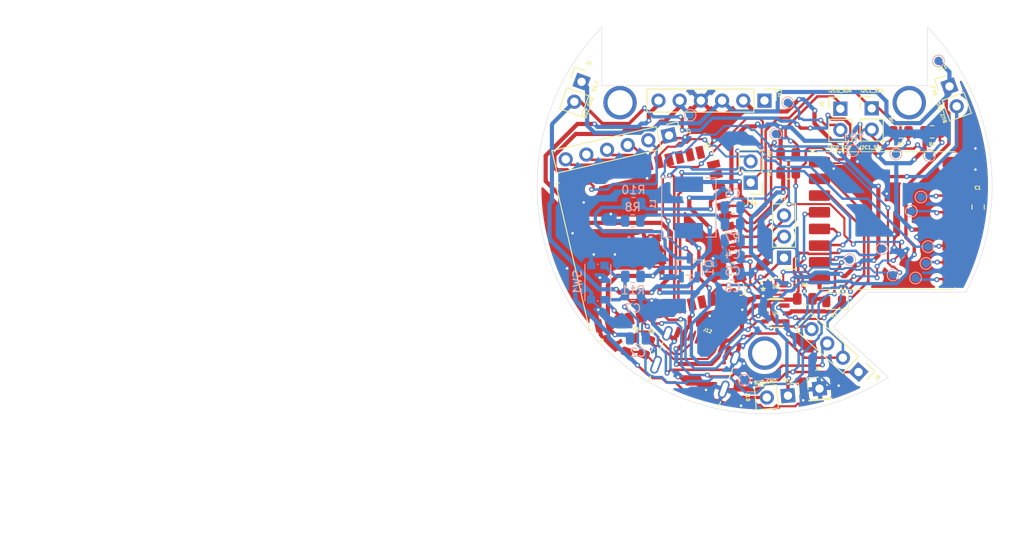
<source format=kicad_pcb>
(kicad_pcb (version 20241229) (generator "pcbnew") (generator_version "9.0")
  (layers (0 "F.Cu" signal) (2 "B.Cu" signal) (13 "F.Paste" user) (15 "B.Paste" user) (5 "F.SilkS" user "F.Silkscreen") (7 "B.SilkS" user "B.Silkscreen") (1 "F.Mask" user) (3 "B.Mask" user) (25 "Edge.Cuts" user))
  (net 0 "")
  (net 1 "GND")
  (net 2 "+3V3")
  (net 3 "+3V3_USB")
  (net 4 "Net-(U4-FB)")
  (net 5 "V_USB")
  (net 6 "Net-(D1-K)")
  (net 7 "Net-(D1-A)")
  (net 8 "Net-(J12-CC2)")
  (net 9 "/D-")
  (net 10 "/D+")
  (net 13 "Net-(J12-CC1)")
  (net 14 "+3V3_PSU_UNFUSED")
  (net 15 "+5V_FUSED")
  (net 16 "/V_BAT{slash}2")
  (net 17 "+3V3_PSU_FUSED")
  (net 18 "Net-(U4-LX)")
  (net 20 "/U1TX")
  (net 21 "/U1RX")
  (net 22 "/GPIO42")
  (net 23 "/GPIO41")
  (net 24 "/GPIO39")
  (net 25 "/GPIO40")
  (net 26 "/ADC1_CH2")
  (net 29 "/I2CEXT0_SCL")
  (net 30 "/I2CEXT0_SDA")
  (net 31 "/CAM_GPIO10")
  (net 32 "/SERVO_PWM")
  (net 33 "/CAM_GPIO9")
  (net 34 "/SPI3_Q")
  (net 35 "/SPI3_CLK")
  (net 36 "/SPI3_D")
  (net 37 "/SPI3_CS1_O")
  (net 38 "/I2CEXT1_SDA")
  (net 39 "/I2CEXT1_SCL")
  (net 40 "Net-(U1-DI1)")
  (net 41 "Net-(U1-DI2)")
  (net 42 "/ESP_RESET")
  (net 43 "/LoRa_IRQ")
  (net 44 "Net-(U1-DI3)")
  (net 45 "Net-(U1-DI4)")
  (net 46 "Net-(U1-DI5)")
  (net 49 "/POWER_ST")
  (net 50 "/ANT")
  (net 51 "/~{LoRa_EN}")
  (net 52 "/SPI3_CS0_O")
  (net 55 "/BUZZER")
  (net 57 "BUZ_GND")
  (net 58 "Net-(Q1-B)")
  (footprint "Connector_PinHeader_2.54mm:PinHeader_1x06_P2.54mm_Vertical" (layer "F.Cu") (at 93.2249 92.428624 -77)
    (property "Reference" "J2")
    (property "Value" "Conn_01x06")
  )
  (footprint "Connector_PinHeader_2.54mm:PinHeader_1x03_P2.54mm_Vertical" (layer "F.Cu") (at 107 107.08 180)
    (property "Reference" "J7")
    (property "Value" "Conn_01x03")
  )
  (footprint "PSAT_Library:Lora1276-C1-868" (layer "F.Cu") (at 119.25 94.625)
    (property "Reference" "U1" (hide yes))
    (property "Value" "Lora1276-C1-868")
  )
  (footprint "PSAT_Library:Mounting-Hole-3mm-0.05mm-pad" (layer "F.Cu") (at 104.679492 118.5)
    (property "Reference" "H3" (hide yes))
    (property "Value" "MountingHole")
  )
  (footprint "Resistor_SMD:R_0805_2012Metric" (layer "F.Cu") (at 90.5 117.75 70)
    (property "Reference" "R6")
    (property "Value" "5.1k")
  )
  (footprint "Resistor_SMD:R_0805_2012Metric" (layer "F.Cu") (at 124.75 92)
    (property "Reference" "R4")
    (property "Value" "4.7k")
  )
  (footprint "Connector_PinHeader_2.54mm:PinHeader_1x06_P2.54mm_Vertical" (layer "F.Cu") (at 104.66 88.25 -90)
    (property "Reference" "J13")
    (property "Value" "Conn_01x06")
  )
  (footprint "PSAT_Library:SOT26_AP3445_DIO-L" (layer "F.Cu") (at 106 113.75)
    (property "Reference" "U4")
    (property "Value" "AP3445LW6-7")
  )
  (footprint "PSAT_Library:SAMESKY_UJ20-C-H-G-SMT-P16-TR" (layer "F.Cu") (at 95.728421 121.365689 -20)
    (property "Reference" "J12")
    (property "Value" "UJ20-C-H-G-SMT-P16-TR")
  )
  (footprint "PSAT_Library:XCVR_ESP32-S3-WROOM-1U-N16R8" (layer "F.Cu") (at 91.035702 104.812278 103)
    (property "Reference" "U2")
    (property "Value" "ESP32-S3-WROOM-1U-N16R8" (hide yes))
  )
  (footprint "Resistor_SMD:R_0805_2012Metric" (layer "F.Cu") (at 88.5 117.5 70)
    (property "Reference" "R5")
    (property "Value" "5.1k")
  )
  (footprint "Connector_PinHeader_2.54mm:PinHeader_1x02_P2.54mm_Vertical" (layer "F.Cu") (at 126.813924 86.551891 20)
    (property "Reference" "J11")
    (property "Value" "Conn_01x02")
  )
  (footprint "Connector_PinHeader_2.54mm:PinHeader_1x02_P2.54mm_Vertical" (layer "F.Cu") (at 82.75 86 -20)
    (property "Reference" "J9")
    (property "Value" "Conn_01x02")
  )
  (footprint "Connector_PinHeader_2.54mm:PinHeader_1x04_P2.54mm_Vertical" (layer "F.Cu") (at 115.925677 120.762728 -132.4)
    (property "Reference" "J8")
    (property "Value" "Conn_01x04")
  )
  (footprint "Connector_PinHeader_2.54mm:PinHeader_1x02_P2.54mm_Vertical" (layer "F.Cu") (at 117.500002 89.185001)
    (property "Reference" "J6")
    (property "Value" "Conn_01x02")
  )
  (footprint "footprints:SOT-5X3_DRL_TEX" (layer "F.Cu") (at 106 110.75)
    (property "Reference" "U3")
    (property "Value" "LM66200DRLR")
  )
  (footprint "Resistor_SMD:R_0805_2012Metric" (layer "F.Cu") (at 109.5 112)
    (property "Reference" "R9")
    (property "Value" "2.2K")
  )
  (footprint "Resistor_SMD:R_0805_2012Metric" (layer "F.Cu") (at 121 92 180)
    (property "Reference" "R2")
    (property "Value" "4.7k")
  )
  (footprint "PSAT_Library:Mounting-Hole-3mm-0.05mm-pad" (layer "F.Cu") (at 87.358984 88.5)
    (property "Reference" "H1" (hide yes))
    (property "Value" "MountingHole")
  )
  (footprint "LED_SMD:LED_0805_2012Metric" (layer "F.Cu") (at 113 112.3 180)
    (property "Reference" "D1")
    (property "Value" "LED")
  )
  (footprint "Resistor_SMD:R_0805_2012Metric" (layer "F.Cu") (at 107.5 94.65 180)
    (property "Reference" "R1")
    (property "Value" "4.7k")
  )
  (footprint "Connector_PinHeader_2.54mm:PinHeader_1x02_P2.54mm_Vertical" (layer "F.Cu") (at 107.470149 123.588877 -85)
    (property "Reference" "J10")
    (property "Value" "Conn_01x02")
  )
  (footprint "Connector_PinHeader_2.54mm:PinHeader_1x01_P2.54mm_Vertical" (layer "F.Cu") (at 111.25 122.75 5)
    (property "Reference" "J3")
    (property "Value" "Conn_01x01")
  )
  (footprint "Capacitor_SMD:C_0805_2012Metric" (layer "F.Cu") (at 130.25 101 90)
    (property "Reference" "C1")
    (property "Value" "22uf")
  )
  (footprint "Resistor_SMD:R_0805_2012Metric" (layer "F.Cu") (at 107.5 96.9)
    (property "Reference" "R3")
    (property "Value" "4.7k")
  )
  (footprint "PSAT_Library:Mounting-Hole-3mm-0.05mm-pad" (layer "F.Cu") (at 122 88.5)
    (property "Reference" "H2" (hide yes))
    (property "Value" "MountingHole")
  )
  (footprint "Connector_PinHeader_2.54mm:PinHeader_1x02_P2.54mm_Vertical" (layer "F.Cu") (at 113.75 89.225)
    (property "Reference" "J5")
    (property "Value" "Conn_01x02")
  )
  (footprint "Connector_PinHeader_2.54mm:PinHeader_1x02_P2.54mm_Vertical" (layer "F.Cu") (at 103 98.075 180)
    (property "Reference" "J4")
    (property "Value" "Conn_01x02")
  )
  (footprint "TestPoint:TestPoint_Pad_D1.0mm" (layer "B.Cu") (at 95.75 90 180)
    (property "Reference" "TP10" (hide yes))
    (property "Value" "TestPoint")
  )
  (footprint "Resistor_SMD:R_0805_2012Metric" (layer "B.Cu") (at 88.9 109.30625)
    (property "Reference" "R11")
    (property "Value" "5.1k")
  )
  (footprint "TestPoint:TestPoint_Pad_D1.0mm" (layer "B.Cu") (at 118.75 106 180)
    (property "Reference" "TP12" (hide yes))
    (property "Value" "TestPoint")
  )
  (footprint "TestPoint:TestPoint_Pad_D1.0mm" (layer "B.Cu") (at 120.05 109.15 180)
    (property "Reference" "TP11" (hide yes))
    (property "Value" "TestPoint")
  )
  (footprint "TestPoint:TestPoint_Pad_D1.0mm" (layer "B.Cu") (at 122.25 101.5 180)
    (property "Reference" "TP7" (hide yes))
    (property "Value" "TestPoint")
  )
  (footprint "Capacitor_SMD:C_0805_2012Metric" (layer "B.Cu") (at 88.9 111.45625)
    (property "Reference" "C7")
    (property "Value" "0.1uf")
  )
  (footprint "Capacitor_SMD:C_0805_2012Metric" (layer "B.Cu") (at 89.5 116.75)
    (property "Reference" "C2")
    (property "Value" "22uf")
  )
  (footprint "PSAT_Library:IND_SPM6530T-1R5M100" (layer "B.Cu") (at 95.6 101.05 -90)
    (property "Reference" "L1")
    (property "Value" "2u2H")
  )
  (footprint "TestPoint:TestPoint_Pad_D1.0mm" (layer "B.Cu") (at 114.85 107.3 180)
    (property "Reference" "TP9" (hide yes))
    (property "Value" "TestPoint")
  )
  (footprint "TestPoint:TestPoint_Pad_D1.0mm" (layer "B.Cu") (at 123.4 99.8 180)
    (property "Reference" "TP6" (hide yes))
    (property "Value" "TestPoint")
  )
  (footprint "TestPoint:TestPoint_Pad_D1.0mm" (layer "B.Cu") (at 122.75 109.5 180)
    (property "Reference" "TP5" (hide yes))
    (property "Value" "TestPoint")
  )
  (footprint "TestPoint:TestPoint_Pad_D1.0mm" (layer "B.Cu") (at 125.5 83.5 180)
    (property "Reference" "TP14" (hide yes))
    (property "Value" "TestPoint")
  )
  (footprint "TestPoint:TestPoint_Pad_D1.0mm" (layer "B.Cu") (at 102.25 121.75 180)
    (property "Reference" "TP13" (hide yes))
    (property "Value" "TestPoint")
  )
  (footprint "TestPoint:TestPoint_Pad_D1.0mm" (layer "B.Cu") (at 124.4 94.85 180)
    (property "Reference" "TP16" (hide yes))
    (property "Value" "TestPoint")
  )
  (footprint "Resistor_SMD:R_0805_2012Metric" (layer "B.Cu") (at 88.875 102.662278 180)
    (property "Reference" "R8")
    (property "Value" "100K")
  )
  (footprint "Capacitor_SMD:C_0805_2012Metric" (layer "B.Cu") (at 100.85 105)
    (property "Reference" "C4")
    (property "Value" "22uF")
  )
  (footprint "Capacitor_SMD:C_0805_2012Metric" (layer "B.Cu") (at 100.8375 109)
    (property "Reference" "C6")
    (property "Value" "22uF")
  )
  (footprint "TestPoint:TestPoint_Pad_D1.0mm" (layer "B.Cu") (at 107.45 88.5 180)
    (property "Reference" "TP3" (hide yes))
    (property "Value" "TestPoint")
  )
  (footprint "Resistor_SMD:R_0805_2012Metric" (layer "B.Cu") (at 88.9625 100.6 180)
    (property "Reference" "R10")
    (property "Value" "10k")
  )
  (footprint "TestPoint:TestPoint_Pad_D1.0mm" (layer "B.Cu") (at 124 107.75 180)
    (property "Reference" "TP4" (hide yes))
    (property "Value" "TestPoint")
  )
  (footprint "TestPoint:TestPoint_Pad_D1.0mm" (layer "B.Cu") (at 115.25 94.25 180)
    (property "Reference" "TP1")
    (property "Value" "TestPoint")
  )
  (footprint "TestPoint:TestPoint_Pad_D1.0mm" (layer "B.Cu") (at 106 92.25 180)
    (property "Reference" "TP2" (hide yes))
    (property "Value" "TestPoint")
  )
  (footprint "Button_Switch_SMD:SW_Push_1P1T_NO_CK_KMR2" (layer "B.Cu") (at 84.7 110.05625 -90)
    (property "Reference" "SW1")
    (property "Value" "SW_Push")
  )
  (footprint "TestPoint:TestPoint_Pad_D1.0mm" (layer "B.Cu") (at 124.25 105.75 180)
    (property "Reference" "TP8" (hide yes))
    (property "Value" "TestPoint")
  )
  (footprint "Capacitor_SMD:C_0805_2012Metric" (layer "B.Cu") (at 100.85 107)
    (property "Reference" "C3")
    (property "Value" "22uF")
  )
  (footprint "Package_TO_SOT_SMD:SOT-23-3" (layer "B.Cu") (at 95.65 108.25 90)
    (property "Reference" "Q1")
    (property "Value" "Q_NPN_CEB")
  )
  (footprint "TestPoint:TestPoint_Pad_D1.0mm" (layer "B.Cu") (at 120.4 94.65 180)
    (property "Reference" "TP15" (hide yes))
    (property "Value" "TestPoint")
  )
  (footprint "Resistor_SMD:R_0805_2012Metric" (layer "B.Cu") (at 100.8375 103.04)
    (property "Reference" "R7")
    (property "Value" "450K")
  )
  (footprint "Capacitor_SMD:C_0805_2012Metric" (layer "B.Cu") (at 100.8375 101.04 180)
    (property "Reference" "C5")
    (property "Value" "22pF")
  )
  (gr_line (start 97.95 117.35) (end 98.2 116.7) (stroke (width 0.2)) (layer "F.Cu") (net 10))
  (gr_line (start 95.05 116.2) (end 95.3 115.6) (stroke (width 0.5)) (layer "F.Cu") (net 5))
  (gr_line (start 90.65 121.05) (end 91.3 121.45) (stroke (width 0.3)) (layer "F.Cu") (net 57))
  (gr_line (start 93.95 116.7) (end 94.2 116.1) (stroke (width 0.5)) (layer "F.Cu") (net 1))
  (gr_line (start 95.875 117.325) (end 96.125 116.675) (stroke (width 0.25)) (layer "F.Cu") (net 13))
  (gr_line (start 96.85 117.6) (end 97.1 116.95) (stroke (width 0.2)) (layer "F.Cu") (net 10))
  (gr_line (start 99.55 117.85) (end 99.8 117.25) (stroke (width 0.5)) (layer "F.Cu") (net 5))
  (gr_line (start 98.675 118.375) (end 98.925 117.725) (stroke (width 0.2)) (layer "F.Cu") (net 8))
  (gr_line (start 94.8 116.85) (end 95.05 116.25) (stroke (width 0.5)) (layer "F.Cu") (net 5))
  (gr_line (start 96.55 116.9) (end 96.8 116.25) (stroke (width 0.2)) (layer "F.Cu") (net 9))
  (gr_line (start 89.45 119.95) (end 90.65 121.05) (stroke (width 0.3)) (layer "F.Cu") (net 57))
  (gr_line (start 97.5 117.2) (end 97.75 116.55) (stroke (width 0.2)) (layer "F.Cu") (net 9))
  (gr_line (start 96.125 116.575) (end 96.375 115.925) (stroke (width 0.25)) (layer "F.Cu") (net 13))
  (gr_line (start 96.85 123.55) (end 100.05 124.55) (stroke (width 0.4)) (layer "F.Cu") (net 57))
  (gr_line (start 99.2 118.8) (end 99.45 118.2) (stroke (width 0.5)) (layer "F.Cu") (net 5))
  (gr_line (start 124.179492 86.468) (end 124.179492 79.468004) (stroke (width 0.05)) (layer "Edge.Cuts"))
  (gr_arc (start 119.488451 121.374809) (mid 84.455234 116.763113) (end 85.179492 79.46802) (stroke (width 0.05)) (layer "Edge.Cuts"))
  (gr_line (start 117 111.190724) (end 128.793977 111.190724) (stroke (width 0.05)) (layer "Edge.Cuts"))
  (gr_line (start 124.179492 86.468) (end 85.179492 86.468) (stroke (width 0.05)) (layer "Edge.Cuts"))
  (gr_line (start 112.879492 115.34) (end 117 111.190724) (stroke (width 0.05)) (layer "Edge.Cuts"))
  (gr_line (start 85.179492 86.468) (end 85.179492 79.46802) (stroke (width 0.05)) (layer "Edge.Cuts"))
  (gr_arc (start 124.179492 79.468004) (mid 131.569265 94.094634) (end 128.793977 111.190724) (stroke (width 0.05)) (layer "Edge.Cuts"))
  (gr_line (start 112.879492 115.34) (end 119.488451 121.374809) (stroke (width 0.05)) (layer "Edge.Cuts"))
  (gr_text "BUZ_GND" (at 83.3 90.5 70) (layer "F.SilkS") (effects (font (size 0.4 0.4) (thickness 0.1)) (justify left bottom)))
  (gr_text "5V_F" (at 84.4 87.3 70) (layer "F.SilkS") (effects (font (size 0.4 0.4) (thickness 0.1)) (justify left bottom)))
  (gr_text "I2C0_SDA" (at 112.25 87.3 0) (layer "F.SilkS") (effects (font (size 0.4 0.4) (thickness 0.1)) (justify left bottom)))
  (gr_text "I2C1_SCL" (at 116 94.1 0) (layer "F.SilkS") (effects (font (size 0.4 0.4) (thickness 0.1)) (justify left bottom)))
  (gr_text "I2C1_SDA" (at 116.1 87.3 0) (layer "F.SilkS") (effects (font (size 0.4 0.4) (thickness 0.1)) (justify left bottom)))
  (gr_text "5V_F" (at 125.45 87.65 110) (layer "F.SilkS") (effects (font (size 0.4 0.4) (thickness 0.1)) (justify left bottom)))
  (gr_text "I2C0_SCL" (at 112.15 94.1 0) (layer "F.SilkS") (effects (font (size 0.4 0.4) (thickness 0.1)) (justify left bottom)))
  (gr_text "BUZ_GND" (at 126.6 90.9 110) (layer "F.SilkS") (effects (font (size 0.4 0.4) (thickness 0.1)) (justify left bottom)))
  (gr_text "BUZ_GND" (at 103.35 122.3 5) (layer "F.SilkS") (effects (font (size 0.4 0.4) (thickness 0.1)) (justify left bottom)))
  (gr_text "5V_F" (at 106.8 122 5) (layer "F.SilkS") (effects (font (size 0.4 0.4) (thickness 0.1)) (justify left bottom)))
  (segment (start 90.385883 104.845646) (end 90.856742 104.374787) (width 0.25) (layer "F.Cu") (net 1))
  (segment (start 95.05 92.75) (end 93.546276 92.75) (width 0.3) (layer "F.Cu") (net 1))
  (segment (start 95.15 92.65) (end 95.05 92.75) (width 0.3) (layer "F.Cu") (net 1))
  (segment (start 88.187906 118.35747) (end 89.937908 118.35747) (width 0.25) (layer "F.Cu") (net 1))
  (segment (start 103.575 109.660298) (end 103.575 108.65) (width 0.25) (layer "F.Cu") (net 1))
  (segment (start 89.937908 118.35747) (end 90.187908 118.60747) (width 0.25) (layer "F.Cu") (net 1))
  (segment (start 92.52677 106.114117) (end 92.064933 106.114117) (width 0.25) (layer "F.Cu") (net 1))
  (segment (start 93.85 116.942364) (end 93.037029 116.129393) (width 0.5) (layer "F.Cu") (net 1))
  (segment (start 91.390957 108.168381) (end 92.276288 108.168381) (width 0.25) (layer "F.Cu") (net 1))
  (segment (start 103.156785 122.843215) (end 103.4 122.6) (width 0.3) (layer "F.Cu") (net 1))
  (segment (start 91.088144 94.56538) (end 90.68462 94.56538) (width 0.3) (layer "F.Cu") (net 1))
  (segment (start 91.015744 107.793168) (end 91.390957 108.168381) (width 0.25) (layer "F.Cu") (net 1))
  (segment (start 104.550189 109.999811) (end 104.35 110.2) (width 0.25) (layer "F.Cu") (net 1))
  (segment (start 106.163285 124.863146) (end 105.945598 125.080833) (width 0.25) (layer "F.Cu") (net 1))
  (segment (start 101.948712 124.7) (end 101.850155 124.798557) (width 0.25) (layer "F.Cu") (net 1))
  (segment (start 104.875 107.35) (end 103.575 108.65) (width 0.25) (layer "F.Cu") (net 1))
  (segment (start 104.114702 110.2) (end 103.575 109.660298) (width 0.25) (layer "F.Cu") (net 1))
  (segment (start 100.300179 118.228651) (end 101.155974 119.084446) (width 0.4) (layer "F.Cu") (net 1))
  (segment (start 93.546276 92.75) (end 93.2249 92.428624) (width 0.3) (layer "F.Cu") (net 1))
  (segment (start 91.374787 104.374787) (end 91.75 104.75) (width 0.25) (layer "F.Cu") (net 1))
  (segment (start 92.394669 109.244669) (end 92.394669 107.493043) (width 0.25) (layer "F.Cu") (net 1))
  (segment (start 93.85 117.1) (end 93.85 116.942364) (width 0.5) (layer "F.Cu") (net 1))
  (segment (start 92.748398 106.335745) (end 92.52677 106.114117) (width 0.25) (layer "F.Cu") (net 1))
  (segment (start 108.9 124.55) (end 108.66359 124.55) (width 0.25) (layer "F.Cu") (net 1))
  (segment (start 108.350444 124.863146) (end 106.163285 124.863146) (width 0.25) (layer "F.Cu") (net 1))
  (segment (start 92.276288 108.168381) (end 92.379863 108.064806) (width 0.25) (layer "F.Cu") (net 1))
  (segment (start 112.025 96.4) (end 112.95 96.4) (width 0.2) (layer "F.Cu") (net 1))
  (segment (start 90.187908 118.60747) (end 90.388256 118.60747) (width 0.25) (layer "F.Cu") (net 1))
  (segment (start 93.95 116.7) (end 93.95 117) (width 0.5) (layer "F.Cu") (net 1))
  (segment (start 109.482368 108.13687) (end 109.482368 108.554883) (width 0.25) (layer "F.Cu") (net 1))
  (segment (start 100.300179 118.161059) (end 100.300179 118.228651) (width 0.4) (layer "F.Cu") (net 1))
  (segment (start 104.35 110.2) (end 104.114702 110.2) (width 0.25) (layer "F.Cu") (net 1))
  (segment (start 103.910658 114.050001) (end 103.410661 114.050001) (width 0.25) (layer "F.Cu") (net 1))
  (segment (start 111.25 95.625) (end 111.375 95.75) (width 0.2) (layer "F.Cu") (net 1))
  (segment (start 92.748398 107.109702) (end 92.748398 106.335745) (width 0.25) (layer "F.Cu") (net 1))
  (segment (start 109.482368 108.554883) (end 110.552485 109.625) (width 0.25) (layer "F.Cu") (net 1))
  (segment (start 115.6 95.75) (end 115.8 95.55) (width 0.2) (layer "F.Cu") (net 1))
  (segment (start 104.210662 113.75) (end 104.74905 113.75) (width 0.25) (layer "F.Cu") (net 1))
  (segment (start 89.651628 108.1081) (end 89.432341 108.1081) (width 0.25) (layer "F.Cu") (net 1))
  (segment (start 103.65 111.65) (end 102 113.3) (width 0.25) (layer "F.Cu") (net 1))
  (segment (start 92.379863 107.478237) (end 92.748398 107.109702) (width 0.25) (layer "F.Cu") (net 1))
  (segment (start 89.432341 108.1081) (end 88.961481 107.63724) (width 0.25) (layer "F.Cu") (net 1))
  (segment (start 90.385883 105.06493) (end 90.385883 104.845646) (width 0.25) (layer "F.Cu") (net 1))
  (segment (start 103.910661 114.050001) (end 104.210662 113.75) (width 0.25) (layer "F.Cu") (net 1))
  (segment (start 104.547277 125.080833) (end 104.166444 124.7) (width 0.25) (layer "F.Cu") (net 1))
  (segment (start 95.15 92.65) (end 95.9 91.9) (width 0.3) (layer "F.Cu") (net 1))
  (segment (start 109.65 118.3) (end 107.55 116.2) (width 0.25) (layer "F.Cu") (net 1))
  (segment (start 99.787893 122.843215) (end 103.156785 122.843215) (width 0.3) (layer "F.Cu") (net 1))
  (segment (start 105.35 107.35) (end 104.875 107.35) (width 0.25) (layer "F.Cu") (net 1))
  (segment (start 88.961481 107.119194) (end 89.336694 106.743981) (width 0.25) (layer "F.Cu") (net 1))
  (segment (start 104.166444 124.7) (end 101.948712 124.7) (width 0.25) (layer "F.Cu") (net 1))
  (segment (start 93.95 117) (end 93.85 117.1) (width 0.5) (layer "F.Cu") (net 1))
  (segment (start 104.5 111.65) (end 103.65 111.65) (width 0.25) (layer "F.Cu") (net 1))
  (segment (start 111.375 95.75) (end 115.6 95.75) (width 0.2) (layer "F.Cu") (net 1))
  (segment (start 103.410661 114.050001) (end 102.730331 114.730331) (width 0.25) (layer "F.Cu") (net 1))
  (segment (start 110.552485 109.625) (end 111.25 109.625) (width 0.25) (layer "F.Cu") (net 1))
  (segment (start 103.910658 114.050001) (end 103.910661 114.050001) (width 0.25) (layer "F.Cu") (net 1))
  (segment (start 88.961481 107.63724) (end 88.961481 107.119194) (width 0.25) (layer "F.Cu") (net 1))
  (segment (start 93.2249 92.428624) (end 91.088144 94.56538) (width 0.3) (layer "F.Cu") (net 1))
  (segment (start 95.9 91.9) (end 96.3 91.9) (width 0.3) (layer "F.Cu") (net 1))
  (segment (start 111.25 122.75) (end 113.2 122.75) (width 0.25) (layer "F.Cu") (net 1))
  (segment (start 111.25 95.625) (end 112.025 96.4) (width 0.2) (layer "F.Cu") (net 1))
  (segment (start 110.7 118.3) (end 109.65 118.3) (width 0.25) (layer "F.Cu") (net 1))
  (segment (start 92.379863 108.064806) (end 92.379863 107.478237) (width 0.25) (layer "F.Cu") (net 1))
  (segment (start 105.945598 125.080833) (end 104.547277 125.080833) (width 0.25) (layer "F.Cu") (net 1))
  (segment (start 113.2 122.75) (end 113.55 122.4) (width 0.25) (layer "F.Cu") (net 1))
  (segment (start 109.3 124.15) (end 108.9 124.55) (width 0.25) (layer "F.Cu") (net 1))
  (segment (start 105.1999 111.500189) (end 106.8001 111.500189) (width 0.25) (layer "F.Cu") (net 1))
  (segment (start 105.1999 111.500189) (end 104.649811 111.500189) (width 0.25) (layer "F.Cu") (net 1))
  (segment (start 105.1999 109.999811) (end 104.550189 109.999811) (width 0.25) (layer "F.Cu") (net 1))
  (segment (start 104.649811 111.500189) (end 104.5 111.65) (width 0.25) (layer "F.Cu") (net 1))
  (segment (start 90.856742 104.374787) (end 91.374787 104.374787) (width 0.25) (layer "F.Cu") (net 1))
  (segment (start 92.394669 107.493043) (end 92.379863 107.478237) (width 0.25) (layer "F.Cu") (net 1))
  (segment (start 90.388256 118.60747) (end 91.668949 119.888163) (width 0.25) (layer "F.Cu") (net 1))
  (segment (start 120.2 104.25) (end 120.2 105.85) (width 0.3) (layer "F.Cu") (net 1))
  (segment (start 108.66359 124.55) (end 108.350444 124.863146) (width 0.25) (layer "F.Cu") (net 1))
  (via (at 119.3 99.4) (size 0.6) (drill 0.3) (layers "F.Cu" "B.Cu") (net 1))
  (via (at 95.15 92.65) (size 0.6) (drill 0.3) (layers "F.Cu" "B.Cu") (net 1))
  (via (at 84.207765 106.681362) (size 0.6) (drill 0.3) (layers "F.Cu" "B.Cu") (net 1))
  (via (at 109.3 124.15) (size 0.6) (drill 0.3) (layers "F.Cu" "B.Cu") (net 1))
  (via (at 129.927765 93.981362) (size 0.6) (drill 0.3) (layers "F.Cu" "B.Cu") (net 1))
  (via (at 109.482368 108.13687) (size 0.6) (drill 0.3) (layers "F.Cu" "B.Cu") (net 1))
  (via (at 98.1 114.05) (size 0.6) (drill 0.3) (layers "F.Cu" "B.Cu") (net 1))
  (via (at 90.6 97.55) (size 0.6) (drill 0.3) (layers "F.Cu" "B.Cu") (net 1))
  (via (at 83 100.45) (size 0.6) (drill 0.3) (layers "F.Cu" "B.Cu") (net 1))
  (via (at 102.730331 114.730331) (size 0.6) (drill 0.3) (layers "F.Cu" "B.Cu") (net 1))
  (via (at 103.575 108.65) (size 0.6) (drill 0.3) (layers "F.Cu" "B.Cu") (net 1))
  (via (at 98.5 107.15) (size 0.6) (drill 0.3) (layers "F.Cu" "B.Cu") (net 1))
  (via (at 104.5 111.65) (size 0.6) (drill 0.3) (layers "F.Cu" "B.Cu") (net 1))
  (via (at 105.35 107.35) (size 0.6) (drill 0.3) (layers "F.Cu" "B.Cu") (net 1))
  (via (at 122.9 104.6) (size 0.6) (drill 0.3) (layers "F.Cu" "B.Cu") (net 1))
  (via (at 97.65 122.9) (size 0.6) (drill 0.3) (layers "F.Cu" "B.Cu") (net 1))
  (via (at 112.95 96.4) (size 0.6) (drill 0.3) (layers "F.Cu" "B.Cu") (net 1))
  (via (at 92.394669 109.244669) (size 0.6) (drill 0.3) (layers "F.Cu" "B.Cu") (net 1))
  (via (at 103.910658 114.050001) (size 0.6) (drill 0.3) (layers "F.Cu" "B.Cu") (net 1))
  (via (at 129.927765 96.521362) (size 0.6) (drill 0.3) (layers "F.Cu" "B.Cu") (net 1))
  (via (at 86.25 101.85) (size 0.6) (drill 0.3) (layers "F.Cu" "B.Cu") (net 1))
  (via (at 91.15 112.2) (size 0.6) (drill 0.3) (layers "F.Cu" "B.Cu") (net 1))
  (via (at 102 113.3) (size 0.6) (drill 0.3) (layers "F.Cu" "B.Cu") (net 1))
  (via (at 90.68462 94.56538) (size 0.6) (drill 0.3) (layers "F.Cu" "B.Cu") (net 1))
  (via (at 104.35 110.2) (size 0.6) (drill 0.3) (layers "F.Cu" "B.Cu") (net 1))
  (via (at 101.850155 124.798557) (size 0.6) (drill 0.3) (layers "F.Cu" "B.Cu") (net 1))
  (via (at 81.667765 104.141362) (size 0.6) (drill 0.3) (layers "F.Cu" "B.Cu") (net 1))
  (via (at 115.8 95.55) (size 0.6) (drill 0.3) (layers "F.Cu" "B.Cu") (net 1))
  (via (at 84.95 109.45) (size 0.6) (drill 0.3) (layers "F.Cu" "B.Cu") (net 1))
  (via (at 121.55 106.25) (size 0.6) (drill 0.3) (layers "F.Cu" "B.Cu") (net 1))
  (via (at 94.3 121.35) (size 0.6) (drill 0.3) (layers "F.Cu" "B.Cu") (net 1))
  (via (at 113.55 122.4) (size 0.6) (drill 0.3) (layers "F.Cu" "B.Cu") (net 1))
  (via (at 102.2 119.75) (size 0.6) (drill 0.3) (layers "F.Cu" "B.Cu") (net 1))
  (via (at 98.64725 93.025) (size 0.6) (drill 0.3) (layers "F.Cu" "B.Cu") (net 1))
  (via (at 81 108.35) (size 0.6) (drill 0.3) (layers "F.Cu" "B.Cu") (net 1))
  (via (at 103.4 122.6) (size 0.6) (drill 0.3) (layers "F.Cu" "B.Cu") (net 1))
  (via (at 107.55 116.2) (size 0.6) (drill 0.3) (layers "F.Cu" "B.Cu") (net 1))
  (via (at 110.7 118.3) (size 0.6) (drill 0.3) (layers "F.Cu" "B.Cu") (net 1))
  (via (at 102.05 117.6) (size 0.6) (drill 0.3) (layers "F.Cu" "B.Cu") (net 1))
  (via (at 86.747765 106.681362) (size 0.6) (drill 0.3) (layers "F.Cu" "B.Cu") (net 1))
  (via (at 120.2 105.85) (size 0.6) (drill 0.3) (layers "F.Cu" "B.Cu") (net 1))
  (via (at 120.2 104.25) (size 0.6) (drill 0.3) (layers "F.Cu" "B.Cu") (net 1))
  (via (at 93.85 117.1) (size 0.6) (drill 0.3) (layers "F.Cu" "B.Cu") (net 1))
  (via (at 84.75 113.3) (size 0.6) (drill 0.3) (layers "F.Cu" "B.Cu") (net 1))
  (segment (start 93.398 117.552) (end 93.398 120.377346) (width 0.3) (layer "B.Cu") (net 1))
  (segment (start 91.3 114.962075) (end 91.3 114) (width 0.5) (layer "B.Cu") (net 1))
  (segment (start 103.09781 92.96) (end 103 92.96) (width 0.2) (layer "B.Cu") (net 1))
  (segment (start 93.037029 116.129393) (end 92.467318 116.129393) (width 0.5) (layer "B.Cu") (net 1))
  (segment (start 112.5 122.4) (end 110.7 120.6) (width 0.25) (layer "B.Cu") (net 1))
  (segment (start 92.5375 109.3875) (end 92.394669 109.244669) (width 0.25) (layer "B.Cu") (net 1))
  (segment (start 103.484621 115.484621) (end 103.884621 115.484621) (width 0.25) (layer "B.Cu") (net 1))
  (segment (start 90.59375 112.2) (end 89.85 111.45625) (width 0.25) (layer "B.Cu") (net 1))
  (segment (start 91.668949 117.968949) (end 90.45 116.75) (width 0.25) (layer "B.Cu") (net 1))
  (segment (start 99.9 107) (end 101.7875 108.8875) (width 0.25) (layer "B.Cu") (net 1))
  (segment (start 108.254 105.904) (end 105.824 105.904) (width 0.25) (layer "B.Cu") (net 1))
  (segment (start 90.68462 94.56538) (end 90.68462 97.46538) (width 0.3) (layer "B.Cu") (net 1))
  (segment (start 109.482368 108.13687) (end 109.064355 108.13687) (width 0.25) (layer "B.Cu") (net 1))
  (segment (start 103.4 122.6) (end 103.1 122.6) (width 0.3) (layer "B.Cu") (net 1))
  (segment (start 99.784544 92.921379) (end 99.801379 92.921379) (width 0.4) (layer "B.Cu") (net 1))
  (segment (start 99.84 92.96) (end 103 92.96) (width 0.4) (layer "B.Cu") (net 1))
  (segment (start 99.801379 92.921379) (end 99.84 92.96) (width 0.4) (layer "B.Cu") (net 1))
  (segment (start 89.997701 116.297701) (end 89.997701 115.026999) (width 0.25) (layer "B.Cu") (net 1))
  (segment (start 84.75 113.3) (end 84.75 112.95625) (width 0.25) (layer "B.Cu") (net 1))
  (segment (start 94.7 109.3875) (end 92.5375 109.3875) (width 0.25) (layer "B.Cu") (net 1))
  (segment (start 84.75 112.95625) (end 83.9 112.10625) (width 0.25) (layer "B.Cu") (net 1))
  (segment (start 90.45 116.75) (end 89.997701 116.297701) (width 0.25) (layer "B.Cu") (net 1))
  (segment (start 94.3 121.279346) (end 94.3 121.35) (width 0.3) (layer "B.Cu") (net 1))
  (segment (start 101.7875 108.8875) (end 101.7875 109) (width 0.25) (layer "B.Cu") (net 1))
  (segment (start 103.910658 114.050001) (end 104.5 113.460659) (width 0.25) (layer "B.Cu") (net 1))
  (segment (start 91.3 114) (end 91.3 113.45) (width 0.5) (layer "B.Cu") (net 1))
  (segment (start 108.75 106.4) (end 108.254 105.904) (width 0.25) (layer "B.Cu") (net 1))
  (segment (start 111.549 94.999) (end 105.13681 94.999) (width 0.2) (layer "B.Cu") (net 1))
  (segment (start 108.75 107.822515) (end 108.75 106.4) (width 0.25) (layer "B.Cu") (net 1))
  (segment (start 99.784544 92.921379) (end 98.750871 92.921379) (width 0.4) (layer "B.Cu") (net 1))
  (segment (start 93.398 120.377346) (end 94.3 121.279346) (width 0.3) (layer "B.Cu") (net 1))
  (segment (start 103.1 122.6) (end 102.25 121.75) (width 0.3) (layer "B.Cu") (net 1))
  (segment (start 91.0247 114) (end 91.3 114) (width 0.25) (layer "B.Cu") (net 1))
  (segment (start 102.730331 114.730331) (end 103.484621 115.484621) (width 0.25) (layer "B.Cu") (net 1))
  (segment (start 105.13681 94.999) (end 103.09781 92.96) (width 0.2) (layer "B.Cu") (net 1))
  (segment (start 113.55 122.4) (end 112.5 122.4) (width 0.25) (layer "B.Cu") (net 1))
  (segment (start 109.064355 108.13687) (end 108.75 107.822515) (width 0.25) (layer "B.Cu") (net 1))
  (segment (start 102.05 117.6) (end 102.106426 117.6) (width 0.4) (layer "B.Cu") (net 1))
  (segment (start 110.7 120.6) (end 110.7 118.3) (width 0.25) (layer "B.Cu") (net 1))
  (segment (start 102.106426 117.6) (end 103.884621 115.821805) (width 0.3) (layer "B.Cu") (net 1))
  (segment (start 112.95 96.4) (end 111.549 94.999) (width 0.2) (layer "B.Cu") (net 1))
  (segment (start 105.824 105.904) (end 105.35 106.378) (width 0.25) (layer "B.Cu") (net 1))
  (segment (start 93.85 117.1) (end 93.398 117.552) (width 0.3) (layer "B.Cu") (net 1))
  (segment (start 98.750871 92.921379) (end 98.64725 93.025) (width 0.4) (layer "B.Cu") (net 1))
  (segment (start 92.467318 116.129393) (end 91.3 114.962075) (width 0.5) (layer "B.Cu") (net 1))
  (segment (start 103.884621 115.821805) (end 103.884621 115.484621) (width 0.4) (layer "B.Cu") (net 1))
  (segment (start 91.15 112.2) (end 90.59375 112.2) (width 0.25) (layer "B.Cu") (net 1))
  (segment (start 91.668949 119.888163) (end 91.668949 117.968949) (width 0.25) (layer "B.Cu") (net 1))
  (segment (start 89.997701 115.026999) (end 91.0247 114) (width 0.25) (layer "B.Cu") (net 1))
  (segment (start 105.35 106.378) (end 105.35 107.35) (width 0.25) (layer "B.Cu") (net 1))
  (segment (start 90.68462 97.46538) (end 90.6 97.55) (width 0.3) (layer "B.Cu") (net 1))
  (segment (start 104.5 113.460659) (end 104.5 111.65) (width 0.25) (layer "B.Cu") (net 1))
  (segment (start 106.56296 91.423513) (end 106.56296 91.96296) (width 0.5) (layer "F.Cu") (net 2))
  (segment (start 120.0875 92.6625) (end 119.4 93.35) (width 0.3) (layer "F.Cu") (net 2))
  (segment (start 106.5875 91.9875) (end 106.5875 93.15) (width 0.5) (layer "F.Cu") (net 2))
  (segment (start 105.1999 110.499937) (end 105.8055 110.499937) (width 0.25) (layer "F.Cu") (net 2))
  (segment (start 86.04702 114.944168) (end 85.899 114.796148) (width 0.5) (layer "F.Cu") (net 2))
  (segment (start 106.8989 99.2489) (end 106.9 99.2478) (width 0.5) (layer "F.Cu") (net 2))
  (segment (start 95.65 101) (end 95.65 99.9) (width 0.5) (layer "F.Cu") (net 2))
  (segment (start 106.5875 93.15) (end 106.5875 94.65) (width 0.5) (layer "F.Cu") (net 2))
  (segment (start 105.8055 110.499937) (end 106 110.305437) (width 0.25) (layer "F.Cu") (net 2))
  (segment (start 118.275 94.875) (end 116.1 92.7) (width 0.5) (layer "F.Cu") (net 2))
  (segment (start 85.899 110.351) (end 87 109.25) (width 0.5) (layer "F.Cu") (net 2))
  (segment (start 128.575 103.625) (end 127.25 103.625) (width 0.3) (layer "F.Cu") (net 2))
  (segment (start 98.1 103.45) (end 95.65 101) (width 0.5) (layer "F.Cu") (net 2))
  (segment (start 120.0875 92) (end 120.0875 92.6625) (width 0.3) (layer "F.Cu") (net 2))
  (segment (start 106.5875 96.9) (end 106.5875 94.65) (width 0.3) (layer "F.Cu") (net 2))
  (segment (start 87 109.25) (end 91.3 109.25) (width 0.5) (layer "F.Cu") (net 2))
  (segment (start 106.56296 91.423513) (end 106.56296 91.93796) (width 0.5) (layer "F.Cu") (net 2))
  (segment (start 100.7 93.05) (end 102.4 91.35) (width 0.5) (layer "F.Cu") (net 2))
  (segment (start 106.9 97.2125) (end 106.5875 96.9) (width 0.5) (layer "F.Cu") (net 2))
  (segment (start 130.25 101.95) (end 128.575 103.625) (width 0.3) (layer "F.Cu") (net 2))
  (segment (start 122.3 103.7) (end 127.175 103.7) (width 0.5) (layer "F.Cu") (net 2))
  (segment (start 106 110.305437) (end 106 109.45) (width 0.25) (layer "F.Cu") (net 2))
  (segment (start 107.449 110.499937) (end 106.8001 110.499937) (width 0.25) (layer "F.Cu") (net 2))
  (segment (start 127.175 103.7) (end 127.25 103.625) (width 0.5) (layer "F.Cu") (net 2))
  (segment (start 106.56296 91.96296) (end 106.5875 91.9875) (width 0.5) (layer "F.Cu") (net 2))
  (segment (start 86.04702 115.59702) (end 86.75 116.3) (width 0.5) (layer "F.Cu") (net 2))
  (segment (start 100.7 99.3) (end 100.7 93.05) (width 0.5) (layer "F.Cu") (net 2))
  (segment (start 86.04702 114.944168) (end 86.04702 115.59702) (width 0.5) (layer "F.Cu") (net 2))
  (segment (start 122.6 95.3) (end 123.8375 94.0625) (width 0.5) (layer "F.Cu") (net 2))
  (segment (start 106.56296 91.93796) (end 106.5875 91.9625) (width 0.5) (layer "F.Cu") (net 2))
  (segment (start 116.1 92.7) (end 116.1 91.1) (width 0.5) (layer "F.Cu") (net 2))
  (segment (start 103.55 91.35) (end 103.85 91.05) (width 0.5) (layer "F.Cu") (net 2))
  (segment (start 123.8375 94.0625) (end 123.8375 92) (width 0.5) (layer "F.Cu") (net 2))
  (segment (start 107.599937 110.349) (end 107.449 110.499937) (width 0.25) (layer "F.Cu") (net 2))
  (segment (start 106.9 99.2478) (end 106.9 97.2125) (width 0.5) (layer "F.Cu") (net 2))
  (segment (start 102.4 91.35) (end 103.55 91.35) (width 0.5) (layer "F.Cu") (net 2))
  (segment (start 106.5875 91.9625) (end 106.5875 93.15) (width 0.5) (layer "F.Cu") (net 2))
  (segment (start 85.899 114.796148) (end 85.899 110.351) (width 0.5) (layer "F.Cu") (net 2))
  (via (at 122.3 103.7) (size 0.6) (drill 0.3) (layers "F.Cu" "B.Cu") (net 2))
  (via (at 98.1 103.45) (size 0.6) (drill 0.3) (layers "F.Cu" "B.Cu") (net 2))
  (via (at 118.275 94.875) (size 0.6) (drill 0.3) (layers "F.Cu" "B.Cu") (net 2))
  (via (at 95.65 99.9) (size 0.6) (drill 0.3) (layers "F.Cu" "B.Cu") (net 2))
  (via (at 116.1 91.1) (size 0.6) (drill 0.3) (layers "F.Cu" "B.Cu") (net 2))
  (via (at 122.6 95.3) (size 0.6) (drill 0.3) (layers "F.Cu" "B.Cu") (net 2))
  (via (at 100.7 99.3) (size 0.6) (drill 0.3) (layers "F.Cu" "B.Cu") (net 2))
  (via (at 91.3 109.25) (size 0.6) (drill 0.3) (layers "F.Cu" "B.Cu") (net 2))
  (via (at 107.599937 110.349) (size 0.6) (drill 0.3) (layers "F.Cu" "B.Cu") (net 2))
  (via (at 106.8989 99.2489) (size 0.6) (drill 0.3) (layers "F.Cu" "B.Cu") (net 2))
  (via (at 106 109.45) (size 0.6) (drill 0.3) (layers "F.Cu" "B.Cu") (net 2))
  (via (at 86.75 116.3) (size 0.6) (drill 0.3) (layers "F.Cu" "B.Cu") (net 2))
  (via (at 119.4 93.35) (size 0.6) (drill 0.3) (layers "F.Cu" "B.Cu") (net 2))
  (via (at 106.56296 91.423513) (size 0.6) (drill 0.3) (layers "F.Cu" "B.Cu") (net 2))
  (via (at 103.85 91.05) (size 0.6) (drill 0.3) (layers "F.Cu" "B.Cu") (net 2))
  (segment (start 86.75 116.3) (end 88.1 116.3) (width 0.5) (layer "B.Cu") (net 2))
  (segment (start 115.55 91.65) (end 116.1 91.1) (width 0.5) (layer "B.Cu") (net 2))
  (segment (start 122.15 95.75) (end 122.6 95.3) (width 0.5) (layer "B.Cu") (net 2))
  (segment (start 106.445919 91.351) (end 106.393919 91.299) (width 0.5) (layer "B.Cu") (net 2))
  (segment (start 107.375937 110.125) (end 106.675 110.125) (width 0.5) (layer "B.Cu") (net 2))
  (segment (start 120.45 95.75) (end 120.45 101.85) (width 0.5) (layer "B.Cu") (net 2))
  (segment (start 107.845107 91.45) (end 109.461107 93.066) (width 0.5) (layer "B.Cu") (net 2))
  (segment (start 120.45 101.85) (end 122.3 103.7) (width 0.5) (layer "B.Cu") (net 2))
  (segment (start 91.3 109.25) (end 89.86875 109.25) (width 0.5) (layer "B.Cu") (net 2))
  (segment (start 107.599937 110.349) (end 107.375937 110.125) (width 0.5) (layer "B.Cu") (net 2))
  (segment (start 119.15 95.75) (end 120.45 95.75) (width 0.5) (layer "B.Cu") (net 2))
  (segment (start 104.15 91.35) (end 103.85 91.05) (width 0.5) (layer "B.Cu") (net 2))
  (segment (start 104.75 91.35) (end 104.15 91.35) (width 0.5) (layer "B.Cu") (net 2))
  (segment (start 103.049 106.499) (end 106.675 110.125) (width 0.5) (layer "B.Cu") (net 2))
  (segment (start 96.0051 108.274) (end 98.1 106.1791) (width 0.5) (layer "B.Cu") (net 2))
  (segment (start 118.85 93.9) (end 119.4 93.35) (width 0.5) (layer "B.Cu") (net 2))
  (segment (start 115.55 91.804892) (end 115.55 91.65) (width 0.5) (layer "B.Cu") (net 2))
  (segment (start 103.049 102.351) (end 103.049 106.499) (width 0.5) (layer "B.Cu") (net 2))
  (segment (start 118.275 94.875) (end 118.85 94.3) (width 0.5) (layer "B.Cu") (net 2))
  (segment (start 106.56296 91.423513) (end 106.589447 91.45) (width 0.5) (layer "B.Cu") (net 2))
  (segment (start 106.445925 91.351003) (end 106.445919 91.351) (width 0.5) (layer "B.Cu") (net 2))
  (segment (start 109.461107 93.066) (end 114.288892 93.066) (width 0.5) (layer "B.Cu") (net 2))
  (segment (start 106.675 110.125) (end 106 109.45) (width 0.5) (layer "B.Cu") (net 2))
  (segment (start 106.1511 99.2489) (end 103.049 102.351) (width 0.5) (layer "B.Cu") (net 2))
  (segment (start 89.86875 109.25) (end 89.8125 109.30625) (width 0.5) (layer "B.Cu") (net 2))
  (segment (start 91.3 109.25) (end 92.276 108.274) (width 0.5) (layer "B.Cu") (net 2))
  (segment (start 99.700058 98.75) (end 98.550058 99.9) (width 0.5) (layer "B.Cu") (net 2))
  (segment (start 118.275 94.875) (end 119.15 95.75) (width 0.5) (layer "B.Cu") (net 2))
  (segment (start 106.393919 91.299) (end 106.228347 91.299) (width 0.5) (layer "B.Cu") (net 2))
  (segment (start 98.550058 99.9) (end 95.65 99.9) (width 0.5) (layer "B.Cu") (net 2))
  (segment (start 106.029346 91.1) (end 105 91.1) (width 0.5) (layer "B.Cu") (net 2))
  (segment (start 99.708339 98.75) (end 99.700058 98.75) (width 0.5) (layer "B.Cu") (net 2))
  (segment (start 100.7 99.3) (end 100.258339 99.3) (width 0.5) (layer "B.Cu") (net 2))
  (segment (start 88.15 116.35) (end 88.55 116.75) (width 0.3) (layer "B.Cu") (net 2))
  (segment (start 88.1 116.3) (end 88.55 116.75) (width 0.5) (layer "B.Cu") (net 2))
  (segment (start 98.1 106.1791) (end 98.1 103.45) (width 0.5) (layer "B.Cu") (net 2))
  (segment (start 106.49045 91.351003) (end 106.445925 91.351003) (width 0.5) (layer "B.Cu") (net 2))
  (segment (start 105 91.1) (end 104.75 91.35) (width 0.5) (layer "B.Cu") (net 2))
  (segment (start 106.56296 91.423513) (end 106.49045 91.351003) (width 0.5) (layer "B.Cu") (net 2))
  (segment (start 118.85 94.3) (end 118.85 93.9) (width 0.5) (layer "B.Cu") (net 2))
  (segment (start 106.8989 99.2489) (end 106.1511 99.2489) (width 0.5) (layer "B.Cu") (net 2))
  (segment (start 106.589447 91.45) (end 107.845107 91.45) (width 0.5) (layer "B.Cu") (net 2))
  (segment (start 114.288892 93.066) (end 115.55 91.804892) (width 0.5) (layer "B.Cu") (net 2))
  (segment (start 106.228347 91.299) (end 106.029346 91.1) (width 0.5) (layer "B.Cu") (net 2))
  (segment (start 120.45 95.75) (end 122.15 95.75) (width 0.5) (layer "B.Cu") (net 2))
  (segment (start 100.258339 99.3) (end 99.708339 98.75) (width 0.5) (layer "B.Cu") (net 2))
  (segment (start 92.276 108.274) (end 96.0051 108.274) (width 0.5) (layer "B.Cu") (net 2))
  (segment (start 104.500063 111.000063) (end 104.4 110.9) (width 0.25) (layer "F.Cu") (net 3))
  (segment (start 102.95 110.05) (end 102.95 107.55) (width 0.25) (layer "F.Cu") (net 3))
  (segment (start 101.649998 97.95) (end 101.7 98.000002) (width 0.5) (layer "F.Cu") (net 3))
  (segment (start 101.7 98.000002) (end 101.7 99.6) (width 0.5) (layer "F.Cu") (net 3))
  (segment (start 105.1999 111.000063) (end 104.500063 111.000063) (width 0.25) (layer "F.Cu") (net 3))
  (segment (start 103.8 110.9) (end 102.95 110.05) (width 0.25) (layer "F.Cu") (net 3))
  (segment (start 101.7 99.6) (end 103 100.9) (width 0.5) (layer "F.Cu") (net 3))
  (segment (start 104.4 110.9) (end 103.8 110.9) (width 0.25) (layer "F.Cu") (net 3))
  (via (at 102.95 107.55) (size 0.6) (drill 0.3) (layers "F.Cu" "B.Cu") (net 3))
  (via (at 103 100.9) (size 0.6) (drill 0.3) (layers "F.Cu" "B.Cu") (net 3))
  (via (at 101.649998 97.95) (size 0.6) (drill 0.3) (layers "F.Cu" "B.Cu") (net 3))
  (segment (start 103 100.9) (end 101.9275 100.9) (width 0.5) (layer "B.Cu") (net 3))
  (segment (start 101.8 105) (end 101.8 107) (width 0.25) (layer "B.Cu") (net 3))
  (segment (start 101.7875 103.0025) (end 101.75 103.04) (width 0.5) (layer "B.Cu") (net 3))
  (segment (start 101.599998 97.9) (end 100.9 97.9) (width 0.5) (layer "B.Cu") (net 3))
  (segment (start 100.8 98) (end 97.212075 98) (width 0.5) (layer "B.Cu") (net 3))
  (segment (start 96.962075 98.25) (end 95.625 98.25) (width 0.5) (layer "B.Cu") (net 3))
  (segment (start 95.625 98.25) (end 95.6 98.275) (width 0.5) (layer "B.Cu") (net 3))
  (segment (start 101.649998 97.95) (end 101.599998 97.9) (width 0.5) (layer "B.Cu") (net 3))
  (segment (start 102.35 107.55) (end 101.8 107) (width 0.25) (layer "B.Cu") (net 3))
  (segment (start 101.7875 101.04) (end 101.7875 103.0025) (width 0.5) (layer "B.Cu") (net 3))
  (segment (start 101.75 104.95) (end 101.8 105) (width 0.5) (layer "B.Cu") (net 3))
  (segment (start 101.75 103.04) (end 101.75 104.95) (width 0.5) (layer "B.Cu") (net 3))
  (segment (start 97.212075 98) (end 96.962075 98.25) (width 0.5) (layer "B.Cu") (net 3))
  (segment (start 102.95 107.55) (end 102.35 107.55) (width 0.25) (layer "B.Cu") (net 3))
  (segment (start 101.9275 100.9) (end 101.7875 101.04) (width 0.5) (layer "B.Cu") (net 3))
  (segment (start 100.9 97.9) (end 100.8 98) (width 0.5) (layer "B.Cu") (net 3))
  (segment (start 112.53472 100.65) (end 114.231329 102.346609) (width 0.25) (layer "F.Cu") (net 4))
  (segment (start 114.05 110.61924) (end 115.371353 109.297887) (width 0.25) (layer "F.Cu") (net 4))
  (segment (start 114.231329 102.346609) (end 114.231329 104.381329) (width 0.25) (layer "F.Cu") (net 4))
  (segment (start 115.371353 109.297887) (end 115.372887 109.297887) (width 0.25) (layer "F.Cu") (net 4))
  (segment (start 121.1 105.2) (end 120.9 105.4) (width 0.25) (layer "F.Cu") (net 4))
  (segment (start 107.6 100.65) (end 112.53472 100.65) (width 0.25) (layer "F.Cu") (net 4))
  (segment (start 120.9 105.4) (end 120.9 106.6) (width 0.25) (layer "F.Cu") (net 4))
  (segment (start 118.15 109.475) (end 118.15 108.1) (width 0.25) (layer "F.Cu") (net 4))
  (segment (start 114.231329 104.381329) (end 115.3 105.45) (width 0.25) (layer "F.Cu") (net 4))
  (segment (start 111.680762 114.4) (end 108.5 114.4) (width 0.25) (layer "F.Cu") (net 4))
  (segment (start 120.9 106.6) (end 120.1 107.4) (width 0.25) (layer "F.Cu") (net 4))
  (segment (start 106.600101 112.799999) (end 106.3501 113.05) (width 0.5) (layer "F.Cu") (net 4))
  (segment (start 111.8 114.280762) (end 111.680762 114.4) (width 0.25) (layer "F.Cu") (net 4))
  (segment (start 108.5 114.4) (end 108.34848 114.24848) (width 0.25) (layer "F.Cu") (net 4))
  (segment (start 114.05 111.1) (end 114.05 110.61924) (width 0.25) (layer "F.Cu") (net 4))
  (segment (start 107.25095 112.799999) (end 106.600101 112.799999) (width 0.5) (layer "F.Cu") (net 4))
  (via (at 120.1 107.4) (size 0.6) (drill 0.3) (layers "F.Cu" "B.Cu") (net 4))
  (via (at 121.1 105.2) (size 0.6) (drill 0.3) (layers "F.Cu" "B.Cu") (net 4))
  (via (at 106.3501 113.05) (size 0.6) (drill 0.3) (layers "F.Cu" "B.Cu") (net 4))
  (via (at 115.372887 109.297887) (size 0.6) (drill 0.3) (layers "F.Cu" "B.Cu") (net 4))
  (via (at 118.15 109.475) (size 0.6) (drill 0.3) (layers "F.Cu" "B.Cu") (net 4))
  (via (at 115.3 105.45) (size 0.6) (drill 0.3) (layers "F.Cu" "B.Cu") (net 4))
  (via (at 114.05 111.1) (size 0.6) (drill 0.3) (layers "F.Cu" "B.Cu") (net 4))
  (via (at 118.15 108.1) (size 0.6) (drill 0.3) (layers "F.Cu" "B.Cu") (net 4))
  (via (at 107.6 100.65) (size 0.6) (drill 0.3) (layers "F.Cu" "B.Cu") (net 4))
  (via (at 108.34848 114.24848) (size 0.6) (drill 0.3) (layers "F.Cu" "B.Cu") (net 4))
  (via (at 111.8 114.280762) (size 0.6) (drill 0.3) (layers "F.Cu" "B.Cu") (net 4))
  (segment (start 111.8 114.25) (end 113.8 112.25) (width 0.25) (layer "B.Cu") (net 4))
  (segment (start 118.85 107.4) (end 118.15 108.1) (width 0.25) (layer "B.Cu") (net 4))
  (segment (start 117.660077 109.297887) (end 115.372887 109.297887) (width 0.25) (layer "B.Cu") (net 4))
  (segment (start 121.1 105.2) (end 120.65 105.2) (width 0.25) (layer "B.Cu") (net 4))
  (segment (start 107.54858 114.24848) (end 106.3501 113.05) (width 0.25) (layer "B.Cu") (net 4))
  (segment (start 113.8 112.25) (end 113.8 111.35) (width 0.25) (layer "B.Cu") (net 4))
  (segment (start 105.962512 98.6229) (end 107.158198 98.6229) (width 0.25) (layer "B.Cu") (net 4))
  (segment (start 115.576 105.174) (end 115.3 105.45) (width 0.25) (layer "B.Cu") (net 4))
  (segment (start 118.15 109.475) (end 117.976 109.301) (width 0.25) (layer "B.Cu") (net 4))
  (segment (start 104.596412 99.989) (end 105.962512 98.6229) (width 0.25) (layer "B.Cu") (net 4))
  (segment (start 90.499778 101.95) (end 89.7875 102.662278) (width 0.4) (layer "B.Cu") (net 4))
  (segment (start 107.158198 98.6229) (end 107.6 99.064702) (width 0.25) (layer "B.Cu") (net 4))
  (segment (start 120.624 105.174) (end 115.576 105.174) (width 0.25) (layer "B.Cu") (net 4))
  (segment (start 117.976 109.301) (end 117.66319 109.301) (width 0.25) (layer "B.Cu") (net 4))
  (segment (start 111.8 114.280762) (end 111.8 114.25) (width 0.25) (layer "B.Cu") (net 4))
  (segment (start 120.65 105.2) (end 120.624 105.174) (width 0.25) (layer "B.Cu") (net 4))
  (segment (start 120.1 107.4) (end 118.85 107.4) (width 0.25) (layer "B.Cu") (net 4))
  (segment (start 99.925 103.04) (end 98.835 101.95) (width 0.4) (layer "B.Cu") (net 4))
  (segment (start 98.835 101.95) (end 90.499778 101.95) (width 0.4) (layer "B.Cu") (net 4))
  (segment (start 99.8875 101.04) (end 99.8875 103.0025) (width 0.25) (layer "B.Cu") (net 4))
  (segment (start 108.34848 114.24848) (end 107.54858 114.24848) (width 0.25) (layer "B.Cu") (net 4))
  (segment (start 100.9385 99.989) (end 104.596412 99.989) (width 0.25) (layer "B.Cu") (net 4))
  (segment (start 99.8875 101.04) (end 100.9385 99.989) (width 0.25) (layer "B.Cu") (net 4))
  (segment (start 113.8 111.35) (end 114.05 111.1) (width 0.25) (layer "B.Cu") (net 4))
  (segment (start 107.6 99.064702) (end 107.6 100.65) (width 0.25) (layer "B.Cu") (net 4))
  (segment (start 117.66319 109.301) (end 117.660077 109.297887) (width 0.25) (layer "B.Cu") (net 4))
  (segment (start 108.95 106.5) (end 108.2 107.25) (width 0.3) (layer "F.Cu") (net 5))
  (segment (start 101.95 115.65) (end 101.95 114.45) (width 0.5) (layer "F.Cu") (net 5))
  (segment (start 90.805025 90.644975) (end 90.805025 89.844975) (width 0.5) (layer "F.Cu") (net 5))
  (segment (start 92.3 102.9) (end 83.45 102.9) (width 0.5) (layer "F.Cu") (net 5))
  (segment (start 113.578 106.5) (end 112.670076 106.5) (width 0.3) (layer "F.Cu") (net 5))
  (segment (start 103.600001 112.799999) (end 104.74905 112.799999) (width 0.5) (layer "F.Cu") (net 5))
  (segment (start 108.683732 109.65401) (end 108.726 109.696278) (width 0.3) (layer "F.Cu") (net 5))
  (segment (start 108.2 108.92279) (end 108.683732 109.406522) (width 0.3) (layer "F.Cu") (net 5))
  (segment (start 108.726 109.696278) (end 108.726 111.097166) (width 0.3) (layer "F.Cu") (net 5))
  (segment (start 94.325 117.975) (end 94.049 117.975) (width 0.5) (layer "F.Cu") (net 5))
  (segment (start 108.2 107.25) (end 108.2 108.92279) (width 0.3) (layer "F.Cu") (net 5))
  (segment (start 100.85 116.75) (end 101.95 115.65) (width 0.5) (layer "F.Cu") (net 5))
  (segment (start 108.726 111.097166) (end 108.6 111.223166) (width 0.3) (layer "F.Cu") (net 5))
  (segment (start 108.6 111.9875) (end 108.5875 112) (width 0.3) (layer "F.Cu") (net 5))
  (segment (start 108.6 111.223166) (end 108.6 111.9875) (width 0.3) (layer "F.Cu") (net 5))
  (segment (start 83.45 102.9) (end 78.45 97.9) (width 0.5) (layer "F.Cu") (net 5))
  (segment (start 100.05 117) (end 100.55 117) (width 0.5) (layer "F.Cu") (net 5))
  (segment (start 78.45 94.854648) (end 82.254648 91.05) (width 0.5) (layer "F.Cu") (net 5))
  (segment (start 105.55 113.045) (end 105.6001 113.045) (width 0.5) (layer "F.Cu") (net 5))
  (segment (start 112.670076 106.5) (end 112.559076 106.611) (width 0.3) (layer "F.Cu") (net 5))
  (segment (start 101.95 114.45) (end 103.600001 112.799999) (width 0.5) (layer "F.Cu") (net 5))
  (segment (start 94.150001 119.8) (end 98.3 119.8) (width 0.5) (layer "F.Cu") (net 5))
  (segment (start 104.74905 112.799999) (end 105.45405 112.094999) (width 0.5) (layer "F.Cu") (net 5))
  (segment (start 112.559076 106.611) (end 109.940924 106.611) (width 0.3) (layer "F.Cu") (net 5))
  (segment (start 100.55 117) (end 100.8 116.75) (width 0.5) (layer "F.Cu") (net 5))
  (segment (start 109.940924 106.611) (end 109.829924 106.5) (width 0.3) (layer "F.Cu") (net 5))
  (segment (start 93.45 104.05) (end 92.3 102.9) (width 0.5) (layer "F.Cu") (net 5))
  (segment (start 105.45405 112.094999) (end 108.492501 112.094999) (width 0.5) (layer "F.Cu") (net 5))
  (segment (start 104.74905 112.799999) (end 105.355099 112.799999) (width 0.5) (layer "F.Cu") (net 5))
  (segment (start 95.7 114.245128) (end 95.7 115.2) (width 0.5) (layer "F.Cu") (net 5))
  (segment (start 99.8 117.25) (end 100.05 117) (width 0.5) (layer "F.Cu") (net 5))
  (segment (start 113.630721 106.447279) (end 113.578 106.5) (width 0.3) (layer "F.Cu") (net 5))
  (segment (start 108.492501 112.094999) (end 108.5875 112) (width 0.5) (layer "F.Cu") (net 5))
  (segment (start 91.96 88.69) (end 91.96 88.25) (width 0.5) (layer "F.Cu") (net 5))
  (segment (start 98.3 119.8) (end 99.05 119.05) (width 0.5) (layer "F.Cu") (net 5))
  (segment (start 78.45 97.9) (end 78.45 94.854648) (width 0.5) (layer "F.Cu") (net 5))
  (segment (start 109.829924 106.5) (end 108.95 106.5) (width 0.3) (layer "F.Cu") (net 5))
  (segment (start 105.6001 113.045) (end 105.6001 114.3001) (width 0.5) (layer "F.Cu") (net 5))
  (segment (start 92.1 110.6) (end 93.45 109.25) (width 0.5) (layer "F.Cu") (net 5))
  (segment (start 106.000001 114.700001) (end 107.25095 114.700001) (width 0.5) (layer "F.Cu") (net 5))
  (segment (start 105.55 112.9949) (end 105.55 113.045) (width 0.5) (layer "F.Cu") (net 5))
  (segment (start 94.8 117.5) (end 94.325 117.975) (width 0.5) (layer "F.Cu") (net 5))
  (segment (start 82.254648 91.05) (end 84.3 91.05) (width 0.5) (layer "F.Cu") (net 5))
  (segment (start 99.05 119.05) (end 99.2 118.8) (width 0.5) (layer "F.Cu") (net 5))
  (segment (start 100.8 116.75) (end 100.85 116.75) (width 0.5) (layer "F.Cu") (net 5))
  (segment (start 92.1 111.25) (end 92.1 110.6) (width 0.5) (layer "F.Cu") (net 5))
  (segment (start 90.805025 89.844975) (end 91.96 88.69) (width 0.5) (layer "F.Cu") (net 5))
  (segment (start 113.630721 106.231329) (end 113.630721 106.447279) (width 0.3) (layer "F.Cu") (net 5))
  (segment (start 94.8 116.85) (end 94.8 117.5) (width 0.5) (layer "F.Cu") (net 5))
  (segment (start 94.1 119.850001) (end 94.150001 119.8) (width 0.5) (layer "F.Cu") (net 5))
  (segment (start 93.45 109.25) (end 93.45 104.05) (width 0.5) (layer "F.Cu") (net 5))
  (segment (start 105.355099 112.799999) (end 105.55 112.9949) (width 0.5) (layer "F.Cu") (net 5))
  (segment (start 105.6001 114.3001) (end 106.000001 114.700001) (width 0.5) (layer "F.Cu") (net 5))
  (segment (start 108.683732 109.406522) (end 108.683732 109.65401) (width 0.3) (layer "F.Cu") (net 5))
  (segment (start 95.7 115.2) (end 95.3 115.6) (width 0.5) (layer "F.Cu") (net 5))
  (segment (start 96.020682 113.924446) (end 95.7 114.245128) (width 0.5) (layer "F.Cu") (net 5))
  (via (at 84.3 91.05) (size 0.6) (drill 0.3) (layers "F.Cu" "B.Cu") (net 5))
  (via (at 92.1 111.25) (size 0.6) (drill 0.3) (layers "F.Cu" "B.Cu") (net 5))
  (via (at 94.049 117.975) (size 0.6) (drill 0.3) (layers "F.Cu" "B.Cu") (net 5))
  (via (at 96.020682 113.924446) (size 0.6) (drill 0.3) (layers "F.Cu" "B.Cu") (net 5))
  (via (at 94.1 119.850001) (size 0.6) (drill 0.3) (layers "F.Cu" "B.Cu") (net 5))
  (via (at 90.805025 90.644975) (size 0.6) (drill 0.3) (layers "F.Cu" "B.Cu") (net 5))
  (via (at 113.630721 106.231329) (size 0.6) (drill 0.3) (layers "F.Cu" "B.Cu") (net 5))
  (segment (start 115.6 106.25) (end 116.1 106.75) (width 0.3) (layer "B.Cu") (net 5))
  (segment (start 94.098 118.024) (end 94.049 117.975) (width 0.5) (layer "B.Cu") (net 5))
  (segment (start 94.025 111.225) (end 96.675 111.225) (width 0.5) (layer "B.Cu") (net 5))
  (segment (start 90.452 90.998) (end 89.920744 90.998) (width 0.5) (layer "B.Cu") (net 5))
  (segment (start 96 111.9) (end 96.675 111.225) (width 0.5) (layer "B.Cu") (net 5))
  (segment (start 89.920744 90.998) (end 89.519744 91.399) (width 0.5) (layer "B.Cu") (net 5))
  (segment (start 92.1 111.25) (end 94 111.25) (width 0.5) (layer "B.Cu") (net 5))
  (segment (start 94.098 119.258582) (end 94.098 118.024) (width 0.5) (layer "B.Cu") (net 5))
  (segment (start 94 111.25) (end 94.025 111.225) (width 0.5) (layer "B.Cu") (net 5))
  (segment (start 94.1 119.603998) (end 94.098001 119.601999) (width 0.5) (layer "B.Cu") (net 5))
  (segment (start 90.805025 90.644975) (end 90.452 90.998) (width 0.5) (layer "B.Cu") (net 5))
  (segment (start 94.098001 119.601999) (end 94.097998 119.258584) (width 0.5) (layer "B.Cu") (net 5))
  (segment (start 96 113.903764) (end 96 111.9) (width 0.5) (layer "B.Cu") (net 5))
  (segment (start 98.7 109) (end 99.8875 109) (width 0.5) (layer "B.Cu") (net 5))
  (segment (start 89.519744 91.399) (end 84.649 91.399) (width 0.5) (layer "B.Cu") (net 5))
  (segment (start 96.020682 113.924446) (end 96 113.903764) (width 0.5) (layer "B.Cu") (net 5))
  (segment (start 94.097998 119.258584) (end 94.098 119.258582) (width 0.5) (layer "B.Cu") (net 5))
  (segment (start 96.675 111.025) (end 98.7 109) (width 0.5) (layer "B.Cu") (net 5))
  (segment (start 116.1 106.75) (end 118 106.75) (width 0.3) (layer "B.Cu") (net 5))
  (segment (start 113.649392 106.25) (end 115.6 106.25) (width 0.3) (layer "B.Cu") (net 5))
  (segment (start 118 106.75) (end 118.75 106) (width 0.3) (layer "B.Cu") (net 5))
  (segment (start 94.1 119.850001) (end 94.1 119.603998) (width 0.5) (layer "B.Cu") (net 5))
  (segment (start 84.649 91.399) (end 84.3 91.05) (width 0.5) (layer "B.Cu") (net 5))
  (segment (start 96.675 111.225) (end 96.675 111.025) (width 0.5) (layer "B.Cu") (net 5))
  (segment (start 113.630721 106.231329) (end 113.649392 106.25) (width 0.3) (layer "B.Cu") (net 5))
  (segment (start 107.65 113.75) (end 107.25095 113.75) (width 0.5) (layer "F.Cu") (net 6))
  (segment (start 107.90252 113.49748) (end 112.74002 113.49748) (width 0.5) (layer "F.Cu") (net 6))
  (segment (start 112.74002 113.49748) (end 113.9375 112.3) (width 0.5) (layer "F.Cu") (net 6))
  (segment (start 107.65 113.75) (end 107.90252 113.49748) (width 0.5) (layer "F.Cu") (net 6))
  (segment (start 110.4125 112) (end 112.0625 112) (width 0.5) (layer "F.Cu") (net 7))
  (segment (start 92.85 118.3) (end 92.65 118.3) (width 0.25) (layer "F.Cu") (net 8))
  (segment (start 91.569562 117.65) (end 90.812092 116.89253) (width 0.25) (layer "F.Cu") (net 8))
  (segment (start 97.85 119.2) (end 98.675 118.375) (width 0.25) (layer "F.Cu") (net 8))
  (segment (start 97.85 119.2) (end 93.75 119.2) (width 0.25) (layer "F.Cu") (net 8))
  (segment (start 92 117.65) (end 91.569562 117.65) (width 0.25) (layer "F.Cu") (net 8))
  (segment (start 93.75 119.2) (end 92.85 118.3) (width 0.25) (layer "F.Cu") (net 8))
  (segment (start 92.65 118.3) (end 92 117.65) (width 0.25) (layer "F.Cu") (net 8))
  (segment (start 99.909852 114.32195) (end 97.890901 116.340901) (width 0.2) (layer "F.Cu") (net 9))
  (segment (start 97.890901 116.340901) (end 97.75 116.55) (width 0.2) (layer "F.Cu") (net 9))
  (segment (start 99.909852 112.052482) (end 99.909852 114.32195) (width 0.2) (layer "F.Cu") (net 9))
  (segment (start 96.8 116.25) (end 96.961536 116.088464) (width 0.2) (layer "F.Cu") (net 9))
  (segment (start 97.638464 116.088464) (end 97.890901 116.340901) (width 0.2) (layer "F.Cu") (net 9))
  (segment (start 96.961536 116.088464) (end 97.638464 116.088464) (width 0.2) (layer "F.Cu") (net 9))
  (segment (start 99.658971 111.801601) (end 99.909852 112.052482) (width 0.2) (layer "F.Cu") (net 9))
  (segment (start 100.359854 114.508344) (end 98.209099 116.659099) (width 0.2) (layer "F.Cu") (net 10))
  (segment (start 97.6 118.05) (end 97.6 118.041783) (width 0.2) (layer "F.Cu") (net 10))
  (segment (start 100.359854 112.990146) (end 100.359854 114.508344) (width 0.2) (layer "F.Cu") (net 10))
  (segment (start 100.896422 111.515914) (end 100.7 111.712336) (width 0.2) (layer "F.Cu") (net 10))
  (segment (start 100.7 111.712336) (end 100.7 112.65) (width 0.2) (layer "F.Cu") (net 10))
  (segment (start 100.7 112.65) (end 100.359854 112.990146) (width 0.2) (layer "F.Cu") (net 10))
  (segment (start 96.85 117.726329) (end 97.173671 118.05) (width 0.2) (layer "F.Cu") (net 10))
  (segment (start 96.85 117.6) (end 96.85 117.726329) (width 0.2) (layer "F.Cu") (net 10))
  (segment (start 97.6 118.041783) (end 97.829164 117.812619) (width 0.2) (layer "F.Cu") (net 10))
  (segment (start 97.173671 118.05) (end 97.6 118.05) (width 0.2) (layer "F.Cu") (net 10))
  (segment (start 91.95 116.603865) (end 91.257431 115.911296) (width 0.25) (layer "F.Cu") (net 13))
  (segment (start 91.257431 115.911296) (end 89.543328 115.911296) (width 0.25) (layer "F.Cu") (net 13))
  (segment (start 93.78781 118.6) (end 91.95 116.76219) (width 0.25) (layer "F.Cu") (net 13))
  (segment (start 94.6 118.6) (end 93.78781 118.6) (width 0.25) (layer "F.Cu") (net 13))
  (segment (start 91.95 116.76219) (end 91.95 116.603865) (width 0.25) (layer "F.Cu") (net 13))
  (segment (start 95.875 117.325) (end 94.6 118.6) (width 0.25) (layer "F.Cu") (net 13))
  (segment (start 89.543328 115.911296) (end 88.812094 116.64253) (width 0.25) (layer "F.Cu") (net 13))
  (segment (start 102.12 88.25) (end 103.421 89.551) (width 0.5) (layer "F.Cu") (net 14))
  (segment (start 117.76212 107.4) (end 117.76212 107.36212) (width 0.5) (layer "F.Cu") (net 14))
  (segment (start 108.176 110.974) (end 106.826163 110.974) (width 0.25) (layer "F.Cu") (net 14))
  (segment (start 110.649 89.501) (end 110.649 90.986925) (width 0.5) (layer "F.Cu") (net 14))
  (segment (start 113.65 93.987925) (end 113.65 94.45) (width 0.5) (layer "F.Cu") (net 14))
  (segment (start 114.335112 109.275) (end 115.710112 107.9) (width 0.5) (layer "F.Cu") (net 14))
  (segment (start 110.7 89.45) (end 110.649 89.501) (width 0.5) (layer "F.Cu") (net 14))
  (segment (start 107.349 89.551) (end 108.8 88.1) (width 0.5) (layer "F.Cu") (net 14))
  (segment (start 108.25 109.893444) (end 108.25 110.9) (width 0.25) (layer "F.Cu") (net 14))
  (segment (start 117.76212 107.36212) (end 118.3 106.82424) (width 0.5) (layer "F.Cu") (net 14))
  (segment (start 118.3 106.82424) (end 118.3 98.5) (width 0.5) (layer "F.Cu") (net 14))
  (segment (start 115.710112 107.9) (end 115.9 107.9) (width 0.5) (layer "F.Cu") (net 14))
  (segment (start 106.826163 110.974) (end 106.8001 111.000063) (width 0.25) (layer "F.Cu") (net 14))
  (segment (start 114.054384 109.275) (end 114.335112 109.275) (width 0.5) (layer "F.Cu") (net 14))
  (segment (start 103.421 89.551) (end 107.349 89.551) (width 0.5) (layer "F.Cu") (net 14))
  (segment (start 108.032732 109.676176) (end 108.25 109.893444) (width 0.25) (layer "F.Cu") (net 14))
  (segment (start 110.649 90.986925) (end 113.65 93.987925) (width 0.5) (layer "F.Cu") (net 14))
  (segment (start 108.25 110.9) (end 108.176 110.974) (width 0.25) (layer "F.Cu") (net 14))
  (segment (start 113.830384 109.051) (end 114.054384 109.275) (width 0.5) (layer "F.Cu") (net 14))
  (via (at 115.9 107.9) (size 0.6) (drill 0.3) (layers "F.Cu" "B.Cu") (net 14))
  (via (at 108.8 88.1) (size 0.6) (drill 0.3) (layers "F.Cu" "B.Cu") (net 14))
  (via (at 110.7 89.45) (size 0.6) (drill 0.3) (layers "F.Cu" "B.Cu") (net 14))
  (via (at 108.032732 109.676176) (size 0.6) (drill 0.3) (layers "F.Cu" "B.Cu") (net 14))
  (via (at 113.830384 109.051) (size 0.6) (drill 0.3) (layers "F.Cu" "B.Cu") (net 14))
  (via (at 113.65 94.45) (size 0.6) (drill 0.3) (layers "F.Cu" "B.Cu") (net 14))
  (via (at 117.76212 107.4) (size 0.6) (drill 0.3) (layers "F.Cu" "B.Cu") (net 14))
  (via (at 118.3 98.5) (size 0.6) (drill 0.3) (layers "F.Cu" "B.Cu") (net 14))
  (segment (start 108.8 88.1) (end 109.35 88.1) (width 0.5) (layer "B.Cu") (net 14))
  (segment (start 117.664588 98.5) (end 118.3 98.5) (width 0.5) (layer "B.Cu") (net 14))
  (segment (start 109.35 88.1) (end 110.7 89.45) (width 0.5) (layer "B.Cu") (net 14))
  (segment (start 117.76212 107.4) (end 116.4 107.4) (width 0.5) (layer "B.Cu") (net 14))
  (segment (start 108.332908 109.376) (end 108.032732 109.676176) (width 0.5) (layer "B.Cu") (net 14))
  (segment (start 113.830384 109.051) (end 113.781384 109.002) (width 0.5) (layer "B.Cu") (net 14))
  (segment (start 110.377371 109.1) (end 110.10137 109.376) (width 0.5) (layer "B.Cu") (net 14))
  (segment (start 112.362246 109.002) (end 112.210247 108.85) (width 0.5) (layer "B.Cu") (net 14))
  (segment (start 116.4 107.4) (end 115.9 107.9) (width 0.5) (layer "B.Cu") (net 14))
  (segment (start 110.10137 109.376) (end 108.332908 109.376) (width 0.5) (layer "B.Cu") (net 14))
  (segment (start 113.65 94.485412) (end 117.664588 98.5) (width 0.5) (layer "B.Cu") (net 14))
  (segment (start 113.65 94.45) (end 113.65 94.485412) (width 0.5) (layer "B.Cu") (net 14))
  (segment (start 113.781384 109.002) (end 112.362246 109.002) (width 0.5) (layer "B.Cu") (net 14))
  (segment (start 110.5 109.1) (end 110.377371 109.1) (width 0.5) (layer "B.Cu") (net 14))
  (segment (start 110.75 108.85) (end 110.5 109.1) (width 0.5) (layer "B.Cu") (net 14))
  (segment (start 112.210247 108.85) (end 110.75 108.85) (width 0.5) (layer "B.Cu") (net 14))
  (segment (start 121.6 104.65) (end 121.6 98.591364) (width 0.4) (layer "F.Cu") (net 15))
  (segment (start 126.75 93.441364) (end 126.75 89.775237) (width 0.4) (layer "F.Cu") (net 15))
  (segment (start 121.6 98.591364) (end 126.75 93.441364) (width 0.4) (layer "F.Cu") (net 15))
  (segment (start 107.470149 123.588877) (end 107.470149 121.618599) (width 0.4) (layer "F.Cu") (net 15))
  (segment (start 126.75 89.775237) (end 126.431656 89.456893) (width 0.4) (layer "F.Cu") (net 15))
  (segment (start 126.431656 89.456893) (end 126.431656 86.934159) (width 0.4) (layer "F.Cu") (net 15))
  (segment (start 107.470149 121.618599) (end 107.55 121.538748) (width 0.4) (layer "F.Cu") (net 15))
  (segment (start 122.6 105.65) (end 121.6 104.65) (width 0.4) (layer "F.Cu") (net 15))
  (segment (start 122.6 106.7) (end 122.6 105.65) (width 0.4) (layer "F.Cu") (net 15))
  (segment (start 126.431656 86.934159) (end 126.813924 86.551891) (width 0.4) (layer "F.Cu") (net 15))
  (via (at 122.6 106.7) (size 0.6) (drill 0.3) (layers "F.Cu" "B.Cu") (net 15))
  (via (at 107.55 121.538748) (size 0.6) (drill 0.3) (layers "F.Cu" "B.Cu") (net 15))
  (segment (start 105.6491 112.759636) (end 105.6491 113.340364) (width 0.4) (layer "B.Cu") (net 15))
  (segment (start 118.136001 87.219) (end 106.581 87.219) (width 0.5) (layer "B.Cu") (net 15))
  (segment (start 83.413175 91.22525) (end 83.413175 86.663175) (width 0.5) (layer "B.Cu") (net 15))
  (segment (start 119.266001 88.349) (end 118.136001 87.219) (width 0.5) (layer "B.Cu") (net 15))
  (segment (start 113.102 109.898) (end 112.973 110.027) (width 0.4) (layer "B.Cu") (net 15))
  (segment (start 115.259636 110.176) (end 114.981636 109.898) (width 0.4) (layer "B.Cu") (net 15))
  (segment (start 112.973 110.027) (end 108.913301 110.027) (width 0.4) (layer "B.Cu") (net 15))
  (segment (start 96.8718 90.958201) (end 92.091799 90.958201) (width 0.5) (layer "B.Cu") (net 15))
  (segment (start 92.091799 90.958201) (end 91.319946 91.730054) (width 0.5) (layer "B.Cu") (net 15))
  (segment (start 123.319366 90.951) (end 120.301 90.951) (width 0.5) (layer "B.Cu") (net 15))
  (segment (start 90.211108 91.699) (end 89.810108 92.1) (width 0.5) (layer "B.Cu") (net 15))
  (segment (start 107.890301 111.05) (end 107.358736 111.05) (width 0.4) (layer "B.Cu") (net 15))
  (segment (start 99.580001 88.25) (end 96.8718 90.958201) (width 0.5) (layer "B.Cu") (net 15))
  (segment (start 119.266001 89.916001) (end 119.266001 88.349) (width 0.5) (layer "B.Cu") (net 15))
  (segment (start 126.813924 84.813924) (end 125.5 83.5) (width 0.5) (layer "B.Cu") (net 15))
  (segment (start 89.810108 92.1) (end 84.287925 92.1) (width 0.5) (layer "B.Cu") (net 15))
  (segment (start 126.813924 86.551891) (end 126.813924 87.456442) (width 0.5) (layer "B.Cu") (net 15))
  (segment (start 83.413175 86.663175) (end 82.75 86) (width 0.5) (layer "B.Cu") (net 15))
  (segment (start 100.881001 89.551) (end 99.580001 88.25) (width 0.5) (layer "B.Cu") (net 15))
  (segment (start 106.25 89.551) (end 100.881001 89.551) (width 0.5) (layer "B.Cu") (net 15))
  (segment (start 114.981636 109.898) (end 113.102 109.898) (width 0.4) (layer "B.Cu") (net 15))
  (segment (start 91.288892 91.699) (end 90.211108 91.699) (width 0.5) (layer "B.Cu") (net 15))
  (segment (start 122.6 106.7) (end 121.75 107.55) (width 0.4) (layer "B.Cu") (net 15))
  (segment (start 108.913301 110.027) (end 107.890301 111.05) (width 0.4) (layer "B.Cu") (net 15))
  (segment (start 91.319946 91.730054) (end 91.288892 91.699) (width 0.5) (layer "B.Cu") (net 15))
  (segment (start 84.287925 92.1) (end 83.413175 91.22525) (width 0.5) (layer "B.Cu") (net 15))
  (segment (start 107.349 121.337748) (end 107.55 121.538748) (width 0.4) (layer "B.Cu") (net 15))
  (segment (start 106.15 113.841264) (end 106.15 115.791364) (width 0.4) (layer "B.Cu") (net 15))
  (segment (start 120.301 90.951) (end 119.266001 89.916001) (width 0.5) (layer "B.Cu") (net 15))
  (segment (start 107.349 116.990364) (end 107.349 121.337748) (width 0.4) (layer "B.Cu") (net 15))
  (segment (start 121.75 107.55) (end 121.75 108.941364) (width 0.4) (layer "B.Cu") (net 15))
  (segment (start 106.15 115.791364) (end 107.349 116.990364) (width 0.4) (layer "B.Cu") (net 15))
  (segment (start 121.75 108.941364) (end 120.515364 110.176) (width 0.4) (layer "B.Cu") (net 15))
  (segment (start 126.813924 87.456442) (end 123.319366 90.951) (width 0.5) (layer "B.Cu") (net 15))
  (segment (start 126.813924 86.551891) (end 126.813924 84.813924) (width 0.5) (layer "B.Cu") (net 15))
  (segment (start 106.25 87.55) (end 106.25 89.551) (width 0.5) (layer "B.Cu") (net 15))
  (segment (start 106.581 87.219) (end 106.25 87.55) (width 0.5) (layer "B.Cu") (net 15))
  (segment (start 107.358736 111.05) (end 105.6491 112.759636) (width 0.4) (layer "B.Cu") (net 15))
  (segment (start 105.6491 113.340364) (end 106.15 113.841264) (width 0.4) (layer "B.Cu") (net 15))
  (segment (start 120.515364 110.176) (end 115.259636 110.176) (width 0.4) (layer "B.Cu") (net 15))
  (segment (start 79.5 96.25) (end 79.5 94.796012) (width 0.5) (layer "F.Cu") (net 16))
  (segment (start 82.046012 92.25) (end 87.5 92.25) (width 0.5) (layer "F.Cu") (net 16))
  (segment (start 82.110377 97.89269) (end 82.110377 97.676258) (width 0.5) (layer "F.Cu") (net 16))
  (segment (start 81.020622 96.586503) (end 79.836503 96.586503) (width 0.5) (layer "F.Cu") (net 16))
  (segment (start 92.75 90.75) (end 94.5 89) (width 0.5) (layer "F.Cu") (net 16))
  (segment (start 79.836503 96.586503) (end 79.5 96.25) (width 0.5) (layer "F.Cu") (net 16))
  (segment (start 94.5 89) (end 94.5 88.25) (width 0.5) (layer "F.Cu") (net 16))
  (segment (start 88.1 91.65) (end 91.35 91.65) (width 0.5) (layer "F.Cu") (net 16))
  (segment (start 87.5 92.25) (end 88.1 91.65) (width 0.5) (layer "F.Cu") (net 16))
  (segment (start 91.35 91.65) (end 92.25 90.75) (width 0.5) (layer "F.Cu") (net 16))
  (segment (start 82.110377 97.676258) (end 81.020622 96.586503) (width 0.5) (layer "F.Cu") (net 16))
  (segment (start 92.25 90.75) (end 92.75 90.75) (width 0.5) (layer "F.Cu") (net 16))
  (segment (start 79.5 94.796012) (end 82.046012 92.25) (width 0.5) (layer "F.Cu") (net 16))
  (segment (start 94.5 88.25) (end 94.5 88.75) (width 0.5) (layer "B.Cu") (net 16))
  (segment (start 94.5 88.75) (end 95.75 90) (width 0.5) (layer "B.Cu") (net 16))
  (segment (start 96.8 109.45) (end 98.055331 110.705331) (width 0.4) (layer "F.Cu") (net 18))
  (segment (start 103.750001 114.700001) (end 104.74905 114.700001) (width 0.3) (layer "F.Cu") (net 18))
  (segment (start 102.699334 115.681598) (end 103.15314 115.227792) (width 0.3) (layer "F.Cu") (net 18))
  (segment (start 96.8 105.95) (end 96.8 109.45) (width 0.4) (layer "F.Cu") (net 18))
  (segment (start 103.15314 115.227792) (end 103.22221 115.227792) (width 0.3) (layer "F.Cu") (net 18))
  (segment (start 103.22221 115.227792) (end 103.750001 114.700001) (width 0.3) (layer "F.Cu") (net 18))
  (via (at 96.8 105.95) (size 0.6) (drill 0.3) (layers "F.Cu" "B.Cu") (net 18))
  (via (at 102.699334 115.681598) (size 0.6) (drill 0.3) (layers "F.Cu" "B.Cu") (net 18))
  (via (at 98.055331 110.705331) (size 0.6) (drill 0.3) (layers "F.Cu" "B.Cu") (net 18))
  (segment (start 101.95 115.85) (end 98.15 119.65) (width 0.3) (layer "B.Cu") (net 18))
  (segment (start 95.6 104.75) (end 96.8 105.95) (width 0.4) (layer "B.Cu") (net 18))
  (segment (start 102.699334 115.681598) (end 102.102791 115.681598) (width 0.3) (layer "B.Cu") (net 18))
  (segment (start 98.055331 112.881161) (end 95.9 115.036492) (width 0.4) (layer "B.Cu") (net 18))
  (segment (start 95.9 115.036492) (end 95.9 118.8) (width 0.4) (layer "B.Cu") (net 18))
  (segment (start 102.102791 115.681598) (end 101.95 115.834389) (width 0.3) (layer "B.Cu") (net 18))
  (segment (start 95.9 118.8) (end 96.75 119.65) (width 0.4) (layer "B.Cu") (net 18))
  (segment (start 98.055331 110.705331) (end 98.055331 112.881161) (width 0.4) (layer "B.Cu") (net 18))
  (segment (start 101.95 115.834389) (end 101.95 115.85) (width 0.3) (layer "B.Cu") (net 18))
  (segment (start 96.75 119.65) (end 98.15 119.65) (width 0.4) (layer "B.Cu") (net 18))
  (segment (start 95.6 103.825) (end 95.6 104.75) (width 0.4) (layer "B.Cu") (net 18))
  (segment (start 95.35 93.3) (end 94.470988 93.3) (width 0.25) (layer "F.Cu") (net 20))
  (segment (start 95.374 93.276) (end 95.35 93.3) (width 0.25) (layer "F.Cu") (net 20))
  (segment (start 92.009979 94.837459) (end 92.009979 95.607188) (width 0.25) (layer "F.Cu") (net 20))
  (segment (start 94.470988 93.3) (end 93.996941 93.774047) (width 0.25) (layer "F.Cu") (net 20))
  (segment (start 93.996941 93.774047) (end 93.073391 93.774047) (width 0.25) (layer "F.Cu") (net 20))
  (segment (start 95.409298 93.276) (end 95.374 93.276) (width 0.25) (layer "F.Cu") (net 20))
  (segment (start 97.5 92.951) (end 97.423 92.874) (width 0.25) (layer "F.Cu") (net 20))
  (segment (start 95.776 92.874) (end 95.776 92.909298) (width 0.25) (layer "F.Cu") (net 20))
  (segment (start 97.423 92.874) (end 95.776 92.874) (width 0.25) (layer "F.Cu") (net 20))
  (segment (start 93.073391 93.774047) (end 92.009979 94.837459) (width 0.25) (layer "F.Cu") (net 20))
  (segment (start 95.776 92.909298) (end 95.409298 93.276) (width 0.25) (layer "F.Cu") (net 20))
  (via (at 97.5 92.951) (size 0.6) (drill 0.3) (layers "F.Cu" "B.Cu") (net 20))
  (segment (start 97.5 92.951) (end 98.199 93.65) (width 0.25) (layer "B.Cu") (net 20))
  (segment (start 98.199 93.65) (end 98.75 93.65) (width 0.25) (layer "B.Cu") (net 20))
  (segment (start 102.415 94.95) (end 103 95.535) (width 0.25) (layer "B.Cu") (net 20))
  (segment (start 98.75 93.65) (end 100.05 94.95) (width 0.25) (layer "B.Cu") (net 20))
  (segment (start 100.05 94.95) (end 102.415 94.95) (width 0.25) (layer "B.Cu") (net 20))
  (segment (start 98.3 94.6) (end 102.476 90.424) (width 0.25) (layer "F.Cu") (net 21))
  (segment (start 93.247428 95.321498) (end 93.247428 96.091227) (width 0.25) (layer "F.Cu") (net 21))
  (segment (start 104.324 91.461298) (end 104.324 96.751) (width 0.25) (layer "F.Cu") (net 21))
  (segment (start 93.247428 96.091227) (end 93.356201 96.2) (width 0.25) (layer "F.Cu") (net 21))
  (segment (start 93.356201 96.2) (end 96.7 96.2) (width 0.25) (layer "F.Cu") (net 21))
  (segment (start 104.109298 90.424) (end 104.476 90.790702) (width 0.25) (layer "F.Cu") (net 21))
  (segment (start 104.476 91.309298) (end 104.324 91.461298) (width 0.25) (layer "F.Cu") (net 21))
  (segment (start 104.324 96.751) (end 103 98.075) (width 0.25) (layer "F.Cu") (net 21))
  (segment (start 96.7 96.2) (end 97.1 95.8) (width 0.25) (layer "F.Cu") (net 21))
  (segment (start 102.476 90.424) (end 104.109298 90.424) (width 0.25) (layer "F.Cu") (net 21))
  (segment (start 104.476 90.790702) (end 104.476 91.309298) (width 0.25) (layer "F.Cu") (net 21))
  (via (at 98.3 94.6) (size 0.6) (drill 0.3) (layers "F.Cu" "B.Cu") (net 21))
  (via (at 97.1 95.8) (size 0.6) (drill 0.3) (layers "F.Cu" "B.Cu") (net 21))
  (segment (start 97.1 95.8) (end 98.3 94.6) (width 0.25) (layer "B.Cu") (net 21))
  (segment (start 80.850401 95.285503) (end 81.502516 95.937618) (width 0.3) (layer "F.Cu") (net 22))
  (segment (start 86.237874 95.85262) (end 87.060177 96.674923) (width 0.3) (layer "F.Cu") (net 22))
  (segment (start 87.060177 96.674923) (end 87.060177 96.749939) (width 0.3) (layer "F.Cu") (net 22))
  (segment (start 81.502516 95.937618) (end 85.187618 95.937618) (width 0.3) (layer "F.Cu") (net 22))
  (segment (start 85.187618 95.937618) (end 85.272616 95.85262) (width 0.3) (layer "F.Cu") (net 22))
  (segment (start 85.272616 95.85262) (end 86.237874 95.85262) (width 0.3) (layer "F.Cu") (net 22))
  (segment (start 83.3253 94.714127) (end 83.954924 95.343751) (width 0.3) (layer "F.Cu") (net 23))
  (segment (start 83.954924 95.343751) (end 87.946857 95.343751) (width 0.3) (layer "F.Cu") (net 23))
  (segment (start 87.946857 95.343751) (end 88.297628 95.694522) (width 0.3) (layer "F.Cu") (net 23))
  (segment (start 88.297628 95.694522) (end 88.297628 96.464251) (width 0.3) (layer "F.Cu") (net 23))
  (segment (start 88.275101 93.571375) (end 88.771375 93.571375) (width 0.3) (layer "F.Cu") (net 24))
  (segment (start 88.771375 93.571375) (end 90.772528 95.572528) (width 0.3) (layer "F.Cu") (net 24))
  (segment (start 90.772528 95.572528) (end 90.772528 95.892875) (width 0.3) (layer "F.Cu") (net 24))
  (segment (start 89.535077 95.408835) (end 89.535077 96.178564) (width 0.3) (layer "F.Cu") (net 25))
  (segment (start 85.8002 94.142751) (end 86.429824 94.772375) (width 0.3) (layer "F.Cu") (net 25))
  (segment (start 88.898617 94.772375) (end 89.535077 95.408835) (width 0.3) (layer "F.Cu") (net 25))
  (segment (start 86.429824 94.772375) (end 88.898617 94.772375) (width 0.3) (layer "F.Cu") (net 25))
  (segment (start 84.170134 98.679866) (end 84.170134 98.504321) (width 0.3) (layer "F.Cu") (net 26))
  (segment (start 83.347828 97.682015) (end 83.347828 97.607002) (width 0.3) (layer "F.Cu") (net 26))
  (segment (start 83.95 98.9) (end 84.170134 98.679866) (width 0.3) (layer "F.Cu") (net 26))
  (segment (start 84.170134 98.504321) (end 83.347828 97.682015) (width 0.3) (layer "F.Cu") (net 26))
  (via (at 83.95 98.9) (size 0.6) (drill 0.3) (layers "F.Cu" "B.Cu") (net 26))
  (segment (start 91.5 98.25) (end 91.75 98) (width 0.3) (layer "B.Cu") (net 26))
  (segment (start 91.75 98) (end 91.75 94) (width 0.3) (layer "B.Cu") (net 26))
  (segment (start 91.75 94) (end 90.75 93) (width 0.3) (layer "B.Cu") (net 26))
  (segment (start 86.5 98.25) (end 91.5 98.25) (width 0.3) (layer "B.Cu") (net 26))
  (segment (start 85.85 98.9) (end 86.5 98.25) (width 0.3) (layer "B.Cu") (net 26))
  (segment (start 83.95 98.9) (end 85.85 98.9) (width 0.3) (layer "B.Cu") (net 26))
  (segment (start 114.35 94.95) (end 114.35 92.365) (width 0.3) (layer "F.Cu") (net 29))
  (segment (start 108.4 96.9125) (end 108.4125 96.9) (width 0.3) (layer "F.Cu") (net 29))
  (segment (start 113.25 95.3) (end 114 95.3) (width 0.3) (layer "F.Cu") (net 29))
  (segment (start 113.15 91.165) (end 113.75 91.765) (width 0.3) (layer "F.Cu") (net 29))
  (segment (start 109.6 95.7125) (end 109.6 94.25) (width 0.3) (layer "F.Cu") (net 29))
  (segment (start 112.4 94.45) (end 113.25 95.3) (width 0.3) (layer "F.Cu") (net 29))
  (segment (start 109.95 93.9) (end 111.615 93.9) (width 0.3) (layer "F.Cu") (net 29))
  (segment (start 108.4125 96.9) (end 109.6 95.7125) (width 0.3) (layer "F.Cu") (net 29))
  (segment (start 105.45 102.880318) (end 103.765159 104.565159) (width 0.3) (layer "F.Cu") (net 29))
  (segment (start 111.965 91.165) (end 113.15 91.165) (width 0.3) (layer "F.Cu") (net 29))
  (segment (start 111.615 93.9) (end 112.165 94.45) (width 0.3) (layer "F.Cu") (net 29))
  (segment (start 114.35 92.365) (end 113.75 91.765) (width 0.3) (layer "F.Cu") (net 29))
  (segment (start 114 95.3) (end 114.35 94.95) (width 0.3) (layer "F.Cu") (net 29))
  (segment (start 105.45 102.75) (end 105.45 102.880318) (width 0.3) (layer "F.Cu") (net 29))
  (segment (start 109.6 94.25) (end 109.95 93.9) (width 0.3) (layer "F.Cu") (net 29))
  (segment (start 108.4 98.5) (end 108.4 96.9125) (width 0.3) (layer "F.Cu") (net 29))
  (segment (start 112.165 94.45) (end 112.4 94.45) (width 0.3) (layer "F.Cu") (net 29))
  (segment (start 111.965 91.165) (end 111.4 90.6) (width 0.3) (layer "F.Cu") (net 29))
  (segment (start 103.765159 104.565159) (end 100.574595 104.565159) (width 0.3) (layer "F.Cu") (net 29))
  (via (at 111.4 90.6) (size 0.6) (drill 0.3) (layers "F.Cu" "B.Cu") (net 29))
  (via (at 105.45 102.75) (size 0.6) (drill 0.3) (layers "F.Cu" "B.Cu") (net 29))
  (via (at 108.4 98.5) (size 0.6) (drill 0.3) (layers "F.Cu" "B.Cu") (net 29))
  (segment (start 106 103.3) (end 107.65 103.3) (width 0.3) (layer "B.Cu") (net 29))
  (segment (start 105.45 102.75) (end 106 103.3) (width 0.3) (layer "B.Cu") (net 29))
  (segment (start 108.799 89.449) (end 108 88.65) (width 0.3) (layer "B.Cu") (net 29))
  (segment (start 108 88.65) (end 107.8 88.65) (width 0.3) (layer "B.Cu") (net 29))
  (segment (start 109.314 90.564) (end 109.176 90.426) (width 0.3) (layer "B.Cu") (net 29))
  (segment (start 107.95 88.5) (end 107.45 88.5) (width 0.3) (layer "B.Cu") (net 29))
  (segment (start 109.176 90.426) (end 108.799 90.426) (width 0.3) (layer "B.Cu") (net 29))
  (segment (start 107.8 88.65) (end 107.95 88.5) (width 0.3) (layer "B.Cu") (net 29))
  (segment (start 107.65 103.3) (end 108.4 102.55) (width 0.3) (layer "B.Cu") (net 29))
  (segment (start 108.4 102.55) (end 108.4 98.5) (width 0.3) (layer "B.Cu") (net 29))
  (segment (start 111.364 90.564) (end 109.314 90.564) (width 0.3) (layer "B.Cu") (net 29))
  (segment (start 108.799 90.426) (end 108.799 89.449) (width 0.3) (layer "B.Cu") (net 29))
  (segment (start 111.4 90.6) (end 111.364 90.564) (width 0.3) (layer "B.Cu") (net 29))
  (segment (start 107.1885 91.713558) (end 107.45 91.452058) (width 0.3) (layer "F.Cu") (net 30))
  (segment (start 103.16704 103.9) (end 107.549 99.51804) (width 0.3) (layer "F.Cu") (net 30))
  (segment (start 108.6625 93.6625) (end 108.6625 94.5) (width 0.3) (layer "F.Cu") (net 30))
  (segment (start 108.1 93.1) (end 108.6625 93.6625) (width 0.3) (layer "F.Cu") (net 30))
  (segment (start 107.8 93.1) (end 108.1 93.1) (width 0.3) (layer "F.Cu") (net 30))
  (segment (start 107.8 93.1) (end 107.1885 92.4885) (width 0.3) (layer "F.Cu") (net 30))
  (segment (start 107.45 91.3) (end 111 87.75) (width 0.3) (layer "F.Cu") (net 30))
  (segment (start 107.1885 92.4885) (end 107.1885 91.713558) (width 0.3) (layer "F.Cu") (net 30))
  (segment (start 100.288905 103.32771) (end 101.97771 103.32771) (width 0.3) (layer "F.Cu") (net 30))
  (segment (start 102.55 103.9) (end 103.16704 103.9) (width 0.3) (layer "F.Cu") (net 30))
  (segment (start 101.97771 103.32771) (end 102.55 103.9) (width 0.3) (layer "F.Cu") (net 30))
  (segment (start 107.45 91.452058) (end 107.45 91.3) (width 0.3) (layer "F.Cu") (net 30))
  (segment (start 107.549 95.5135) (end 108.4125 94.65) (width 0.3) (layer "F.Cu") (net 30))
  (segment (start 111 87.75) (end 112.9 87.75) (width 0.3) (layer "F.Cu") (net 30))
  (segment (start 113.75 88.6) (end 113.75 89.225) (width 0.3) (layer "F.Cu") (net 30))
  (segment (start 112.9 87.75) (end 113.75 88.6) (width 0.3) (layer "F.Cu") (net 30))
  (segment (start 107.549 99.51804) (end 107.549 95.5135) (width 0.3) (layer "F.Cu") (net 30))
  (via (at 107.8 93.1) (size 0.6) (drill 0.3) (layers "F.Cu" "B.Cu") (net 30))
  (segment (start 106.5 92.75) (end 106 92.25) (width 0.3) (layer "B.Cu") (net 30))
  (segment (start 107.8 93.1) (end 107.45 92.75) (width 0.3) (layer "B.Cu") (net 30))
  (segment (start 107.45 92.75) (end 106.5 92.75) (width 0.3) (layer "B.Cu") (net 30))
  (segment (start 107 102.5) (end 107 102) (width 0.3) (layer "F.Cu") (net 31))
  (segment (start 103.69739 105.80261) (end 107 102.5) (width 0.3) (layer "F.Cu") (net 31))
  (segment (start 100.86028 105.80261) (end 103.69739 105.80261) (width 0.3) (layer "F.Cu") (net 31))
  (segment (start 104.2 109.4) (end 104.68 109.4) (width 0.3) (layer "F.Cu") (net 32))
  (segment (start 98.421523 112.087288) (end 98.421523 111.305929) (width 0.3) (layer "F.Cu") (net 32))
  (segment (start 99.387844 110.339608) (end 100.339608 110.339608) (width 0.3) (layer "F.Cu") (net 32))
  (segment (start 98.421523 111.305929) (end 99.387844 110.339608) (width 0.3) (layer "F.Cu") (net 32))
  (segment (start 104.68 109.4) (end 107 107.08) (width 0.3) (layer "F.Cu") (net 32))
  (via (at 104.2 109.4) (size 0.6) (drill 0.3) (layers "F.Cu" "B.Cu") (net 32))
  (via (at 100.339608 110.339608) (size 0.6) (drill 0.3) (layers "F.Cu" "B.Cu") (net 32))
  (segment (start 103.260392 110.339608) (end 104.2 109.4) (width 0.3) (layer "B.Cu") (net 32))
  (segment (start 100.339608 110.339608) (end 103.260392 110.339608) (width 0.3) (layer "B.Cu") (net 32))
  (segment (start 102.309938 107.040062) (end 102.45 106.9) (width 0.3) (layer "F.Cu") (net 33))
  (segment (start 103.951 106.899) (end 106.31 104.54) (width 0.3) (layer "F.Cu") (net 33))
  (segment (start 102.45 106.9) (end 102.679346 106.9) (width 0.3) (layer "F.Cu") (net 33))
  (segment (start 102.679346 106.9) (end 102.680346 106.899) (width 0.3) (layer "F.Cu") (net 33))
  (segment (start 101.14597 107.040062) (end 102.309938 107.040062) (width 0.3) (layer "F.Cu") (net 33))
  (segment (start 106.31 104.54) (end 107 104.54) (width 0.3) (layer "F.Cu") (net 33))
  (segment (start 102.680346 106.899) (end 103.951 106.899) (width 0.3) (layer "F.Cu") (net 33))
  (segment (start 94.5678 114.5) (end 93.143531 114.5) (width 0.3) (layer "F.Cu") (net 34))
  (segment (start 117.1 109.9) (end 117.1 102.205) (width 0.3) (layer "F.Cu") (net 34))
  (segment (start 94.61852 114.44928) (end 94.5678 114.5) (width 0.3) (layer "F.Cu") (net 34))
  (segment (start 117.1 102.205) (end 112.52 97.625) (width 0.3) (layer "F.Cu") (net 34))
  (segment (start 103.15 116.15) (end 106.55 116.15) (width 0.3) (layer "F.Cu") (net 34))
  (segment (start 109.45 119.05) (end 114.05 119.05) (width 0.3) (layer "F.Cu") (net 34))
  (segment (start 114.925 111.914515) (end 115.085485 111.914515) (width 0.3) (layer "F.Cu") (net 34))
  (segment (start 102.85 116.45) (end 103.15 116.15) (width 0.3) (layer "F.Cu") (net 34))
  (segment (start 102.15962 116.55962) (end 102.26924 116.45) (width 0.3) (layer "F.Cu") (net 34))
  (segment (start 102.26924 116.45) (end 102.85 116.45) (width 0.3) (layer "F.Cu") (net 34))
  (segment (start 112.52 97.625) (end 111.25 97.625) (width 0.3) (layer "F.Cu") (net 34))
  (segment (start 92.23427 113.590739) (end 92.23427 113.515728) (width 0.3) (layer "F.Cu") (net 34))
  (segment (start 93.143531 114.5) (end 92.23427 113.590739) (width 0.3) (layer "F.Cu") (net 34))
  (segment (start 115.085485 111.914515) (end 117.1 109.9) (width 0.3) (layer "F.Cu") (net 34))
  (segment (start 106.55 116.15) (end 109.45 119.05) (width 0.3) (layer "F.Cu") (net 34))
  (via (at 102.15962 116.55962) (size 0.6) (drill 0.3) (layers "F.Cu" "B.Cu") (net 34))
  (via (at 94.61852 114.44928) (size 0.6) (drill 0.3) (layers "F.Cu" "B.Cu") (net 34))
  (via (at 114.925 111.914515) (size 0.6) (drill 0.3) (layers "F.Cu" "B.Cu") (net 34))
  (segment (start 112.241394 115.638906) (end 112.43045 115.811538) (width 0.3) (layer "B.Cu") (net 34))
  (segment (start 95.2 119.3) (end 95.2 114.6) (width 0.3) (layer "B.Cu") (net 34))
  (segment (start 112.21693 114.78307) (end 112.21693 115.46693) (width 0.3) (layer "B.Cu") (net 34))
  (segment (start 96.25 120.35) (end 95.2 119.3) (width 0.3) (layer "B.Cu") (net 34))
  (segment (start 98.85 120.35) (end 96.25 120.35) (width 0.3) (layer "B.Cu") (net 34))
  (segment (start 102.155442 116.55962) (end 102.015062 116.7) (width 0.3) (layer "B.Cu") (net 34))
  (segment (start 112.228972 115.478972) (end 112.229434 115.611916) (width 0.3) (layer "B.Cu") (net 34))
  (segment (start 114.05 117.3) (end 114.05 119.05) (width 0.3) (layer "B.Cu") (net 34))
  (segment (start 102 116.7) (end 99.8 118.9) (width 0.3) (layer "B.Cu") (net 34))
  (segment (start 112.240675 115.623079) (end 112.241394 115.638906) (width 0.3) (layer "B.Cu") (net 34))
  (segment (start 112.229434 115.611916) (end 112.240675 115.623079) (width 0.3) (layer "B.Cu") (net 34))
  (segment (start 95.04928 114.44928) (end 94.61852 114.44928) (width 0.3) (layer "B.Cu") (net 34))
  (segment (start 114.925 111.914515) (end 114.889516 111.949999) (width 0.3) (layer "B.Cu") (net 34))
  (segment (start 102.15962 116.55962) (end 102.155442 116.55962) (width 0.3) (layer "B.Cu") (net 34))
  (segment (start 112.43045 115.811538) (end 112.612106 115.991934) (width 0.3) (layer "B.Cu") (net 34))
  (segment (start 114.889516 112.110484) (end 112.21693 114.78307) (width 0.3) (layer "B.Cu") (net 34))
  (segment (start 99.8 119.4) (end 98.85 120.35) (width 0.3) (layer "B.Cu") (net 34))
  (segment (start 114.889516 111.949999) (end 114.889516 112.110484) (width 0.3) (layer "B.Cu") (net 34))
  (segment (start 99.8 118.9) (end 99.8 119.4) (width 0.3) (layer "B.Cu") (net 34))
  (segment (start 112.21693 115.46693) (end 112.228972 115.478972) (width 0.3) (layer "B.Cu") (net 34))
  (segment (start 112.612106 115.991934) (end 112.627949 115.991879) (width 0.3) (layer "B.Cu") (net 34))
  (segment (start 95.2 114.6) (end 95.04928 114.44928) (width 0.3) (layer "B.Cu") (net 34))
  (segment (start 112.627949 115.991879) (end 113.939384 117.189384) (width 0.3) (layer "B.Cu") (net 34))
  (segment (start 113.939384 117.189384) (end 114.05 117.3) (width 0.3) (layer "B.Cu") (net 34))
  (segment (start 102.015062 116.7) (end 102 116.7) (width 0.3) (layer "B.Cu") (net 34))
  (segment (start 108.701 108.715269) (end 109.184732 109.199001) (width 0.3) (layer "F.Cu") (net 35))
  (segment (start 109.227 110.477) (end 109.43417 110.68417) (width 0.3) (layer "F.Cu") (net 35))
  (segment (start 109.184732 109.199001) (end 109.184732 109.446489) (width 0.3) (layer "F.Cu") (net 35))
  (segment (start 102.783058 110.989608) (end 102.783058 110.580677) (width 0.3) (layer "F.Cu") (net 35))
  (segment (start 109.389962 107.15) (end 109.389962 107.310038) (width 0.3) (layer "F.Cu") (net 35))
  (segment (start 108.447647 115.305001) (end 109.979105 115.305001) (width 0.3) (layer "F.Cu") (net 35))
  (segment (start 111.025 101.85) (end 111.25 101.625) (width 0.3) (layer "F.Cu") (net 35))
  (segment (start 109.227 109.488757) (end 109.227 110.477) (width 0.3) (layer "F.Cu") (net 35))
  (segment (start 109.389962 107.310038) (end 108.701 107.999) (width 0.3) (layer "F.Cu") (net 35))
  (segment (start 110.716529 101.625) (end 111.25 101.625) (width 0.3) (layer "F.Cu") (net 35))
  (segment (start 105.45 115.5) (end 105.644999 115.305001) (width 0.3) (layer "F.Cu") (net 35))
  (segment (start 109.979105 115.305001) (end 110.298647 115.624543) (width 0.3) (layer "F.Cu") (net 35))
  (segment (start 109.184732 109.446489) (end 109.227 109.488757) (width 0.3) (layer "F.Cu") (net 35))
  (segment (start 108.701 107.999) (end 108.701 108.715269) (width 0.3) (layer "F.Cu") (net 35))
  (segment (start 109.5 101.85) (end 111.025 101.85) (width 0.3) (layer "F.Cu") (net 35))
  (segment (start 102.783058 110.580677) (end 101.717343 109.514962) (width 0.3) (layer "F.Cu") (net 35))
  (segment (start 109.43417 110.68417) (end 109.43417 111.075071) (width 0.3) (layer "F.Cu") (net 35))
  (segment (start 105.644999 115.305001) (end 108.447647 115.305001) (width 0.3) (layer "F.Cu") (net 35))
  (via (at 108.447647 115.305001) (size 0.6) (drill 0.3) (layers "F.Cu" "B.Cu") (net 35))
  (via (at 102.783058 110.989608) (size 0.6) (drill 0.3) (layers "F.Cu" "B.Cu") (net 35))
  (via (at 109.43417 111.075071) (size 0.6) (drill 0.3) (layers "F.Cu" "B.Cu") (net 35))
  (via (at 109.5 101.85) (size 0.6) (drill 0.3) (layers "F.Cu" "B.Cu") (net 35))
  (via (at 105.45 115.5) (size 0.6) (drill 0.3) (layers "F.Cu" "B.Cu") (net 35))
  (via (at 109.389962 107.15) (size 0.6) (drill 0.3) (layers "F.Cu" "B.Cu") (net 35))
  (segment (start 108.596647 114.919552) (end 108.596647 115.008354) (width 0.3) (layer "B.Cu") (net 35))
  (segment (start 103.5 111.70655) (end 102.783058 110.989608) (width 0.3) (layer "B.Cu") (net 35))
  (segment (start 103.25 113.85) (end 103.25 112.4) (width 0.3) (layer "B.Cu") (net 35))
  (segment (start 109.8 111.85) (end 109.8 113.716199) (width 0.3) (layer "B.Cu") (net 35))
  (segment (start 103.25 112.4) (end 103.5 112.15) (width 0.3) (layer "B.Cu") (net 35))
  (segment (start 108.3 115.305001) (end 108.447647 115.305001) (width 0.3) (layer "B.Cu") (net 35))
  (segment (start 109.389962 107.15) (end 109.4 107.139962) (width 0.3) (layer "B.Cu") (net 35))
  (segment (start 109.4 107.139962) (end 109.4 101.95) (width 0.3) (layer "B.Cu") (net 35))
  (segment (start 104.101001 114.701001) (end 103.641004 114.701001) (width 0.3) (layer "B.Cu") (net 35))
  (segment (start 108.596647 115.008354) (end 108.3 115.305001) (width 0.3) (layer "B.Cu") (net 35))
  (segment (start 103.5 112.15) (end 103.5 111.70655) (width 0.3) (layer "B.Cu") (net 35))
  (segment (start 103.259658 113.859658) (end 103.25 113.85) (width 0.3) (layer "B.Cu") (net 35))
  (segment (start 109.4 111.109241) (end 109.4 111.45) (width 0.3) (layer "B.Cu") (net 35))
  (segment (start 109.8 113.716199) (end 108.596647 114.919552) (width 0.3) (layer "B.Cu") (net 35))
  (segment (start 109.4 101.95) (end 109.5 101.85) (width 0.3) (layer "B.Cu") (net 35))
  (segment (start 109.4 111.45) (end 109.8 111.85) (width 0.3) (layer "B.Cu") (net 35))
  (segment (start 109.43417 111.075071) (end 109.4 111.109241) (width 0.3) (layer "B.Cu") (net 35))
  (segment (start 105.45 115.5) (end 104.9 115.5) (width 0.3) (layer "B.Cu") (net 35))
  (segment (start 103.641004 114.701001) (end 103.259658 114.319655) (width 0.3) (layer "B.Cu") (net 35))
  (segment (start 103.259658 114.319655) (end 103.259658 113.859658) (width 0.3) (layer "B.Cu") (net 35))
  (segment (start 104.9 115.5) (end 104.101001 114.701001) (width 0.3) (layer "B.Cu") (net 35))
  (segment (start 112.52 99.625) (end 111.25 99.625) (width 0.3) (layer "F.Cu") (net 36))
  (segment (start 114.96538 110.68462) (end 116.599 109.051) (width 0.3) (layer "F.Cu") (net 36))
  (segment (start 108.05 120.762728) (end 115.925677 120.762728) (width 0.3) (layer "F.Cu") (net 36))
  (segment (start 102.45 121.75) (end 106.35 121.75) (width 0.3) (layer "F.Cu") (net 36))
  (segment (start 116.599 103.704) (end 112.52 99.625) (width 0.3) (layer "F.Cu") (net 36))
  (segment (start 116.599 109.051) (end 116.599 103.704) (width 0.3) (layer "F.Cu") (net 36))
  (segment (start 101.701 121.001) (end 102.45 121.75) (width 0.3) (layer "F.Cu") (net 36))
  (segment (start 91.375678 114.95) (end 92.35 114.95) (width 0.3) (layer "F.Cu") (net 36))
  (segment (start 100.7 121.3) (end 100.999 121.001) (width 0.3) (layer "F.Cu") (net 36))
  (segment (start 97.825 121.125) (end 98 121.3) (width 0.3) (layer "F.Cu") (net 36))
  (segment (start 98 121.3) (end 100.7 121.3) (width 0.3) (layer "F.Cu") (net 36))
  (segment (start 106.35 121.75) (end 107.337272 120.762728) (width 0.3) (layer "F.Cu") (net 36))
  (segment (start 100.999 121.001) (end 101.701 121.001) (width 0.3) (layer "F.Cu") (net 36))
  (segment (start 90.996822 114.571144) (end 91.375678 114.95) (width 0.3) (layer "F.Cu") (net 36))
  (segment (start 107.337272 120.762728) (end 108.05 120.762728) (width 0.3) (layer "F.Cu") (net 36))
  (segment (start 90.996822 113.801415) (end 90.996822 114.571144) (width 0.3) (layer "F.Cu") (net 36))
  (segment (start 114.96538 111.11538) (end 114.96538 110.68462) (width 0.3) (layer "F.Cu") (net 36))
  (via (at 108.05 120.762728) (size 0.6) (drill 0.3) (layers "F.Cu" "B.Cu") (net 36))
  (via (at 97.825 121.125) (size 0.6) (drill 0.3) (layers "F.Cu" "B.Cu") (net 36))
  (via (at 92.35 114.95) (size 0.6) (drill 0.3) (layers "F.Cu" "B.Cu") (net 36))
  (via (at 114.96538 111.11538) (size 0.6) (drill 0.3) (layers "F.Cu" "B.Cu") (net 36))
  (segment (start 110.4 113.824719) (end 109.097647 115.127072) (width 0.3) (layer "B.Cu") (net 36))
  (segment (start 94.75 120.1) (end 95.775 121.125) (width 0.3) (layer "B.Cu") (net 36))
  (segment (start 112.63145 110.75) (end 111.75 110.75) (width 0.3) (layer "B.Cu") (net 36))
  (segment (start 94.75 119.55852) (end 94.75 120.1) (width 0.3) (layer "B.Cu") (net 36))
  (segment (start 114.319654 110.449) (end 113.780346 110.449) (width 0.3) (layer "B.Cu") (net 36))
  (segment (start 109.15 116.174367) (end 109.15 117.954606) (width 0.3) (layer "B.Cu") (net 36))
  (segment (start 94.083277 114.833277) (end 94.699 115.449) (width 0.3) (layer "B.Cu") (net 36))
  (segment (start 95.775 121.125) (end 97.825 121.125) (width 0.3) (layer "B.Cu") (net 36))
  (segment (start 113.570654 110.65) (end 112.73145 110.65) (width 0.3) (layer "B.Cu") (net 36))
  (segment (start 113.575 110.654346) (end 113.570654 110.65) (width 0.3) (layer "B.Cu") (net 36))
  (segment (start 109.097647 116.122014) (end 109.15 116.174367) (width 0.3) (layer "B.Cu") (net 36))
  (segment (start 114.319654 110.449) (end 114.96538 111.094726) (width 0.3) (layer "B.Cu") (net 36))
  (segment (start 108.75 118.354606) (end 108.75 120.062728) (width 0.3) (layer "B.Cu") (net 36))
  (segment (start 109.15 117.954606) (end 108.75 118.354606) (width 0.3) (layer "B.Cu") (net 36))
  (segment (start 112.73145 110.65) (end 112.63145 110.75) (width 0.3) (layer "B.Cu") (net 36))
  (segment (start 108.75 120.062728) (end 108.05 120.762728) (width 0.3) (layer "B.Cu") (net 36))
  (segment (start 94.699 119.507521) (end 94.75 119.55852) (width 0.3) (layer "B.Cu") (net 36))
  (segment (start 110.4 112.1) (end 110.4 113.824719) (width 0.3) (layer "B.Cu") (net 36))
  (segment (start 114.96538 111.11538) (end 114.96538 111.094726) (width 0.3) (layer "B.Cu") (net 36))
  (segment (start 94.699 115.449) (end 94.699 119.507521) (width 0.3) (layer "B.Cu") (net 36))
  (segment (start 113.780346 110.449) (end 113.575 110.654346) (width 0.3) (layer "B.Cu") (net 36))
  (segment (start 111.75 110.75) (end 110.4 112.1) (width 0.3) (layer "B.Cu") (net 36))
  (segment (start 109.097647 115.127072) (end 109.097647 116.122014) (width 0.3) (layer "B.Cu") (net 36))
  (segment (start 92.466723 114.833277) (end 94.083277 114.833277) (width 0.3) (layer "B.Cu") (net 36))
  (segment (start 92.35 114.95) (end 92.466723 114.833277) (width 0.3) (layer "B.Cu") (net 36))
  (segment (start 103.1 121.25) (end 105.54148 121.25) (width 0.3) (layer "F.Cu") (net 37))
  (segment (start 89.759372 114.409372) (end 89.759372 114.087103) (width 0.3) (layer "F.Cu") (net 37))
  (segment (start 98.120654 120.5) (end 102.35 120.5) (width 0.3) (layer "F.Cu") (net 37))
  (segment (start 106.79148 120) (end 111.5 120) (width 0.3) (layer "F.Cu") (net 37))
  (segment (start 93 120.9) (end 93.4 120.5) (width 0.3) (layer "F.Cu") (net 37))
  (segment (start 97.555346 120.474) (end 98.094654 120.474) (width 0.3) (layer "F.Cu") (net 37))
  (segment (start 90.623701 115.273701) (end 89.759372 114.409372) (width 0.3) (layer "F.Cu") (net 37))
  (segment (start 90.623701 115.286297) (end 90.623701 115.273701) (width 0.3) (layer "F.Cu") (net 37))
  (segment (start 102.35 120.5) (end 103.1 121.25) (width 0.3) (layer "F.Cu") (net 37))
  (segment (start 105.54148 121.25) (end 106.79148 120) (width 0.3) (layer "F.Cu") (net 37))
  (segment (start 97.529346 120.5) (end 97.555346 120.474) (width 0.3) (layer "F.Cu") (net 37))
  (segment (start 111.5 120) (end 111.6 119.9) (width 0.3) (layer "F.Cu") (net 37))
  (segment (start 93.4 120.5) (end 97.529346 120.5) (width 0.3) (layer "F.Cu") (net 37))
  (segment (start 98.094654 120.474) (end 98.120654 120.5) (width 0.3) (layer "F.Cu") (net 37))
  (via (at 90.623701 115.286297) (size 0.6) (drill 0.3) (layers "F.Cu" "B.Cu") (net 37))
  (via (at 93 120.9) (size 0.6) (drill 0.3) (layers "F.Cu" "B.Cu") (net 37))
  (via (at 111.6 119.9) (size 0.6) (drill 0.3) (layers "F.Cu" "B.Cu") (net 37))
  (segment (start 92.85 118.5) (end 92.85 120.75) (width 0.3) (layer "B.Cu") (net 37))
  (segment (start 92.144949 117.794949) (end 92.85 118.5) (width 0.3) (layer "B.Cu") (net 37))
  (segment (start 111.6 117.911597) (end 112.174325 117.337272) (width 0.3) (layer "B.Cu") (net 37))
  (segment (start 91.890964 116.540964) (end 91.890964 117.517798) (width 0.3) (layer "B.Cu") (net 37))
  (segment (start 92.85 120.75) (end 93 120.9) (width 0.3) (layer "B.Cu") (net 37))
  (segment (start 91.890964 117.517798) (end 92.144949 117.771783) (width 0.3) (layer "B.Cu") (net 37))
  (segment (start 90.636297 115.286297) (end 91.890964 116.540964) (width 0.3) (layer "B.Cu") (net 37))
  (segment (start 90.623701 115.286297) (end 90.636297 115.286297) (width 0.3) (layer "B.Cu") (net 37))
  (segment (start 92.144949 117.771783) (end 92.144949 117.794949) (width 0.3) (layer "B.Cu") (net 37))
  (segment (start 111.6 119.9) (end 111.6 117.911597) (width 0.3) (layer "B.Cu") (net 37))
  (segment (start 121.9 92.0125) (end 121.9125 92) (width 0.3) (layer "F.Cu") (net 38))
  (segment (start 99.717531 100.852809) (end 101.752809 100.852809) (width 0.3) (layer "F.Cu") (net 38))
  (segment (start 120.951 91.29413) (end 120.951 91.751) (width 0.3) (layer "F.Cu") (net 38))
  (segment (start 118.385001 89.185001) (end 120.149 90.949) (width 0.3) (layer "F.Cu") (net 38))
  (segment (start 106.325 90.325) (end 107.625 90.325) (width 0.3) (layer "F.Cu") (net 38))
  (segment (start 120.149 90.949) (end 120.60587 90.949) (width 0.3) (layer "F.Cu") (net 38))
  (segment (start 102.9 102) (end 103.65 102) (width 0.3) (layer "F.Cu") (net 38))
  (segment (start 121.9 93.3) (end 121.9 92.0125) (width 0.3) (layer "F.Cu") (net 38))
  (segment (start 115.515001 87.2) (end 117.500002 89.185001) (width 0.3) (layer "F.Cu") (net 38))
  (segment (start 110.75 87.2) (end 115.515001 87.2) (width 0.3) (layer "F.Cu") (net 38))
  (segment (start 120.60587 90.949) (end 120.951 91.29413) (width 0.3) (layer "F.Cu") (net 38))
  (segment (start 121.2 92) (end 121.9125 92) (width 0.3) (layer "F.Cu") (net 38))
  (segment (start 120.951 91.751) (end 121.2 92) (width 0.3) (layer "F.Cu") (net 38))
  (segment (start 101.752809 100.852809) (end 102.9 102) (width 0.3) (layer "F.Cu") (net 38))
  (segment (start 103.65 102) (end 104.8 100.85) (width 0.3) (layer "F.Cu") (net 38))
  (segment (start 117.500002 89.185001) (end 118.385001 89.185001) (width 0.3) (layer "F.Cu") (net 38))
  (segment (start 104.8 91.85) (end 106.325 90.325) (width 0.3) (layer "F.Cu") (net 38))
  (segment (start 104.8 100.85) (end 104.8 91.85) (width 0.3) (layer "F.Cu") (net 38))
  (segment (start 107.625 90.325) (end 110.75 87.2) (width 0.3) (layer "F.Cu") (net 38))
  (via (at 121.9 93.3) (size 0.6) (drill 0.3) (layers "F.Cu" "B.Cu") (net 38))
  (segment (start 121.2 94) (end 121.9 93.3) (width 0.3) (layer "B.Cu") (net 38))
  (segment (start 121.05 94) (end 121.2 94) (width 0.3) (layer "B.Cu") (net 38))
  (segment (start 120.4 94.65) (end 121.05 94) (width 0.3) (layer "B.Cu") (net 38))
  (segment (start 103.45852 102.9) (end 102.55 102.9) (width 0.3) (layer "F.Cu") (net 39))
  (segment (start 105.45 93.674681) (end 105.45 100.90852) (width 0.3) (layer "F.Cu") (net 39))
  (segment (start 122.55 94) (end 119 94) (width 0.3) (layer "F.Cu") (net 39))
  (segment (start 117.500002 92.500002) (end 117.500002 91.725001) (width 0.3) (layer "F.Cu") (net 39))
  (segment (start 102.55 102.9) (end 101.74026 102.09026) (width 0.3) (layer "F.Cu") (net 39))
  (segment (start 105.8375 93.287181) (end 105.45 93.674681) (width 0.3) (layer "F.Cu") (net 39))
  (segment (start 101.74026 102.09026) (end 100.003218 102.09026) (width 0.3) (layer "F.Cu") (net 39))
  (segment (start 123 93.55) (end 122.55 94) (width 0.3) (layer "F.Cu") (net 39))
  (segment (start 125.6625 93.0125) (end 125.6625 92) (width 0.3) (layer "F.Cu") (net 39))
  (segment (start 105.45 100.90852) (end 103.45852 102.9) (width 0.3) (layer "F.Cu") (net 39))
  (segment (start 119 94) (end 117.500002 92.500002) (width 0.3) (layer "F.Cu") (net 39))
  (segment (start 125.925 93.275) (end 125.6625 93.0125) (width 0.3) (layer "F.Cu") (net 39))
  (via (at 125.925 93.275) (size 0.6) (drill 0.3) (layers "F.Cu" "B.Cu") (net 39))
  (via (at 123 93.55) (size 0.6) (drill 0.3) (layers "F.Cu" "B.Cu") (net 39))
  (via (at 105.8375 93.287181) (size 0.6) (drill 0.3) (layers "F.Cu" "B.Cu") (net 39))
  (segment (start 123.45 94) (end 123 93.55) (width 0.3) (layer "B.Cu") (net 39))
  (segment (start 105.9 93.75) (end 114.546504 93.75) (width 0.3) (layer "B.Cu") (net 39))
  (segment (start 125.35 93.9) (end 124.4 94.85) (width 0.3) (layer "B.Cu") (net 39))
  (segment (start 105.8375 93.287181) (end 105.8375 93.6875) (width 0.3) (layer "B.Cu") (net 39))
  (segment (start 105.8375 93.6875) (end 105.9 93.75) (width 0.3) (layer "B.Cu") (net 39))
  (segment (start 116.571503 91.725001) (end 117.500002 91.725001) (width 0.3) (layer "B.Cu") (net 39))
  (segment (start 123.45 94) (end 123.55 94) (width 0.3) (layer "B.Cu") (net 39))
  (segment (start 114.546504 93.75) (end 116.571503 91.725001) (width 0.3) (layer "B.Cu") (net 39))
  (segment (start 125.35 93.85) (end 125.35 93.9) (width 0.3) (layer "B.Cu") (net 39))
  (segment (start 125.925 93.275) (end 125.35 93.85) (width 0.3) (layer "B.Cu") (net 39))
  (segment (start 123.55 94) (end 124.4 94.85) (width 0.3) (layer "B.Cu") (net 39))
  (segment (start 127.25 107.625) (end 125.375 107.625) (width 0.3) (layer "F.Cu") (net 40))
  (segment (start 125.375 107.625) (end 125.35 107.6) (width 0.3) (layer "F.Cu") (net 40))
  (via (at 125.35 107.6) (size 0.6) (drill 0.3) (layers "F.Cu" "B.Cu") (net 40))
  (segment (start 124.15 107.6) (end 124 107.75) (width 0.3) (layer "B.Cu") (net 40))
  (segment (start 125.35 107.6) (end 124.15 107.6) (width 0.3) (layer "B.Cu") (net 40))
  (segment (start 127.25 109.625) (end 125.375 109.625) (width 0.3) (layer "F.Cu") (net 41))
  (segment (start 125.375 109.625) (end 125.3 109.7) (width 0.3) (layer "F.Cu") (net 41))
  (via (at 125.3 109.7) (size 0.6) (drill 0.3) (layers "F.Cu" "B.Cu") (net 41))
  (segment (start 122.95 109.7) (end 122.75 109.5) (width 0.3) (layer "B.Cu") (net 41))
  (segment (start 125.3 109.7) (end 122.95 109.7) (width 0.3) (layer "B.Cu") (net 41))
  (segment (start 87.284472 114.658478) (end 87.284472 114.034472) (width 0.4) (layer "F.Cu") (net 42))
  (segment (start 87.284472 114.034472) (end 86.65 113.4) (width 0.4) (layer "F.Cu") (net 42))
  (via (at 86.65 113.4) (size 0.6) (drill 0.3) (layers "F.Cu" "B.Cu") (net 42))
  (segment (start 86.1 112.70625) (end 85.5 112.10625) (width 0.4) (layer "B.Cu") (net 42))
  (segment (start 86.65 113.4) (end 86.65 113.3) (width 0.4) (layer "B.Cu") (net 42))
  (segment (start 87.95 111.45625) (end 87.95 109.34375) (width 0.4) (layer "B.Cu") (net 42))
  (segment (start 86.65 113.3) (end 86.1 112.75) (width 0.4) (layer "B.Cu") (net 42))
  (segment (start 86.1 112.75) (end 86.1 112.70625) (width 0.4) (layer "B.Cu") (net 42))
  (segment (start 86.8 109.30625) (end 85.5 108.00625) (width 0.4) (layer "B.Cu") (net 42))
  (segment (start 85.5 112.10625) (end 87.3 112.10625) (width 0.4) (layer "B.Cu") (net 42))
  (segment (start 87.9875 109.30625) (end 86.8 109.30625) (width 0.4) (layer "B.Cu") (net 42))
  (segment (start 87.3 112.10625) (end 87.95 111.45625) (width 0.4) (layer "B.Cu") (net 42))
  (segment (start 101.729705 96.429705) (end 101.45 96.15) (width 0.3) (layer "F.Cu") (net 43))
  (segment (start 94.75 96.85) (end 94.75 99.1) (width 0.3) (layer "F.Cu") (net 43))
  (segment (start 94.351 99.499) (end 94.351 103.392537) (width 0.3) (layer "F.Cu") (net 43))
  (segment (start 101.729705 96.948945) (end 101.729705 96.429705) (width 0.3) (layer "F.Cu") (net 43))
  (segment (start 94.552 109.706462) (end 94.351 109.907463) (width 0.3) (layer "F.Cu") (net 43))
  (segment (start 94.35 112.278923) (end 94.35 112.510169) (width 0.3) (layer "F.Cu") (net 43))
  (segment (start 94.351 109.907463) (end 94.351 112.277923) (width 0.3) (layer "F.Cu") (net 43))
  (segment (start 94.429901 112.665082) (end 94.709171 112.944352) (width 0.3) (layer "F.Cu") (net 43))
  (segment (start 94.351 103.392537) (end 94.552 103.593537) (width 0.3) (layer "F.Cu") (net 43))
  (segment (start 127.25 105.625) (end 125.625 105.625) (width 0.3) (layer "F.Cu") (net 43))
  (segment (start 94.429901 112.59007) (end 94.429901 112.665082) (width 0.3) (layer "F.Cu") (net 43))
  (segment (start 94.552 103.593537) (end 94.552 109.706462) (width 0.3) (layer "F.Cu") (net 43))
  (segment (start 94.351 112.277923) (end 94.35 112.278923) (width 0.3) (layer "F.Cu") (net 43))
  (segment (start 101.45 96.15) (end 101.45 94.3) (width 0.3) (layer "F.Cu") (net 43))
  (segment (start 125.625 105.625) (end 125.55 105.7) (width 0.3) (layer "F.Cu") (net 43))
  (segment (start 94.75 99.1) (end 94.351 99.499) (width 0.3) (layer "F.Cu") (net 43))
  (segment (start 94.35 112.510169) (end 94.429901 112.59007) (width 0.3) (layer "F.Cu") (net 43))
  (via (at 101.45 94.3) (size 0.6) (drill 0.3) (layers "F.Cu" "B.Cu") (net 43))
  (via (at 101.729705 96.948945) (size 0.6) (drill 0.3) (layers "F.Cu" "B.Cu") (net 43))
  (via (at 125.55 105.7) (size 0.6) (drill 0.3) (layers "F.Cu" "B.Cu") (net 43))
  (via (at 94.75 96.85) (size 0.6) (drill 0.3) (layers "F.Cu" "B.Cu") (net 43))
  (segment (start 125.55 105.7) (end 124.3 105.7) (width 0.3) (layer "B.Cu") (net 43))
  (segment (start 114 100) (end 117 100) (width 0.3) (layer "B.Cu") (net 43))
  (segment (start 101.45 94.3) (end 103.8 94.3) (width 0.3) (layer "B.Cu") (net 43))
  (segment (start 94.9 97) (end 94.75 96.85) (width 0.3) (layer "B.Cu") (net 43))
  (segment (start 106.678346 96.199) (end 110.199 96.199) (width 0.3) (layer "B.Cu") (net 43))
  (segment (start 104.95 95.45) (end 105.929346 95.45) (width 0.3) (layer "B.Cu") (net 43))
  (segment (start 105.929346 95.45) (end 106.678346 96.199) (width 0.3) (layer "B.Cu") (net 43))
  (segment (start 101.729705 96.948945) (end 101.67865 97) (width 0.3) (layer "B.Cu") (net 43))
  (segment (start 117 100) (end 122.75 105.75) (width 0.3) (layer "B.Cu") (net 43))
  (segment (start 122.75 105.75) (end 124.25 105.75) (width 0.3) (layer "B.Cu") (net 43))
  (segment (start 124.3 105.7) (end 124.25 105.75) (width 0.3) (layer "B.Cu") (net 43))
  (segment (start 110.199 96.199) (end 114 100) (width 0.3) (layer "B.Cu") (net 43))
  (segment (start 103.8 94.3) (end 104.95 95.45) (width 0.3) (layer "B.Cu") (net 43))
  (segment (start 101.67865 97) (end 94.9 97) (width 0.3) (layer "B.Cu") (net 43))
  (segment (start 125.275 99.625) (end 125.2 99.7) (width 0.3) (layer "F.Cu") (net 44))
  (segment (start 127.25 99.625) (end 125.275 99.625) (width 0.3) (layer "F.Cu") (net 44))
  (via (at 125.2 99.7) (size 0.6) (drill 0.3) (layers "F.Cu" "B.Cu") (net 44))
  (segment (start 125.2 99.7) (end 123.5 99.7) (width 0.3) (layer "B.Cu") (net 44))
  (segment (start 123.5 99.7) (end 123.4 99.8) (width 0.3) (layer "B.Cu") (net 44))
  (segment (start 125.375 101.625) (end 125.3 101.7) (width 0.3) (layer "F.Cu") (net 45))
  (segment (start 127.25 101.625) (end 125.375 101.625) (width 0.3) (layer "F.Cu") (net 45))
  (via (at 125.3 101.7) (size 0.6) (drill 0.3) (layers "F.Cu" "B.Cu") (net 45))
  (segment (start 125.1 101.5) (end 122.25 101.5) (width 0.3) (layer "B.Cu") (net 45))
  (segment (start 125.3 101.7) (end 125.1 101.5) (width 0.3) (layer "B.Cu") (net 45))
  (segment (start 113 107.3) (end 111.575 107.3) (width 0.3) (layer "F.Cu") (net 46))
  (segment (start 113.011 107.289) (end 113 107.3) (width 0.3) (layer "F.Cu") (net 46))
  (segment (start 113.256117 107.15) (end 113.117117 107.289) (width 0.3) (layer "F.Cu") (net 46))
  (segment (start 111.575 107.3) (end 111.25 107.625) (width 0.3) (layer "F.Cu") (net 46))
  (segment (start 113.117117 107.289) (end 113.011 107.289) (width 0.3) (layer "F.Cu") (net 46))
  (via (at 113.256117 107.15) (size 0.6) (drill 0.3) (layers "F.Cu" "B.Cu") (net 46))
  (segment (start 113.256117 107.217117) (end 113.473234 107) (width 0.3) (layer "B.Cu") (net 46))
  (segment (start 114.15 107) (end 114.6 107.45) (width 0.3) (layer "B.Cu") (net 46))
  (segment (start 113.256117 107.15) (end 113.256117 107.217117) (width 0.3) (layer "B.Cu") (net 46))
  (segment (start 113.473234 107) (end 114.15 107) (width 0.3) (layer "B.Cu") (net 46))
  (segment (start 106.9 109.95) (end 106.850189 109.999811) (width 0.25) (layer "F.Cu") (net 49))
  (segment (start 120.15 108.15) (end 119.9 108.15) (width 0.25) (layer "F.Cu") (net 49))
  (segment (start 106.9 108.8) (end 106.9 109.95) (width 0.25) (layer "F.Cu") (net 49))
  (segment (start 106.850189 109.999811) (end 106.8001 109.999811) (width 0.25) (layer "F.Cu") (net 49))
  (segment (start 119.9 108.15) (end 119.45 107.7) (width 0.25) (layer "F.Cu") (net 49))
  (segment (start 92.5 102.039338) (end 92.5 97.35) (width 0.25) (layer "F.Cu") (net 49))
  (segment (start 93.130331 102.669669) (end 92.5 102.039338) (width 0.25) (layer "F.Cu") (net 49))
  (segment (start 119.45 107.7) (end 119.45 101.1) (width 0.25) (layer "F.Cu") (net 49))
  (segment (start 95.946621 112.658664) (end 95.946621 106.694621) (width 0.25) (layer "F.Cu") (net 49))
  (segment (start 120.85 108.85) (end 120.15 108.15) (width 0.25) (layer "F.Cu") (net 49))
  (segment (start 95.946621 106.694621) (end 95.202 105.95) (width 0.25) (layer "F.Cu") (net 49))
  (via (at 106.9 108.8) (size 0.6) (drill 0.3) (layers "F.Cu" "B.Cu") (net 49))
  (via (at 95.202 105.95) (size 0.6) (drill 0.3) (layers "F.Cu" "B.Cu") (net 49))
  (via (at 92.5 97.35) (size 0.6) (drill 0.3) (layers "F.Cu" "B.Cu") (net 49))
  (via (at 119.45 101.1) (size 0.6) (drill 0.3) (layers "F.Cu" "B.Cu") (net 49))
  (via (at 93.130331 102.669669) (size 0.6) (drill 0.3) (layers "F.Cu" "B.Cu") (net 49))
  (via (at 120.85 108.85) (size 0.6) (drill 0.3) (layers "F.Cu" "B.Cu") (net 49))
  (segment (start 95.026 94.474) (end 97.174 92.326) (width 0.25) (layer "B.Cu") (net 49))
  (segment (start 94.493876 105.95) (end 93.130331 104.586455) (width 0.25) (layer "B.Cu") (net 49))
  (segment (start 105.2115 93.508384) (end 105.2115 93.734666) (width 0.25) (layer "B.Cu") (net 49))
  (segment (start 116.159298 108.526) (end 115.640702 108.526) (width 0.25) (layer "B.Cu") (net 49))
  (segment (start 115.414702 108.3) (end 114.285298 108.3) (width 0.25) (layer "B.Cu") (net 49))
  (segment (start 93.702834 94.474) (end 95.026 94.474) (width 0.25) (layer "B.Cu") (net 49))
  (segment (start 115.640702 108.526) (end 115.414702 108.3) (width 0.25) (layer "B.Cu") (net 49))
  (segment (start 114.073 95.723) (end 119.45 101.1) (width 0.25) (layer "B.Cu") (net 49))
  (segment (start 92.724 96.776) (end 92.724 95.452834) (width 0.25) (layer "B.Cu") (net 49))
  (segment (start 120.85 108.85) (end 117.85 108.85) (width 0.25) (layer "B.Cu") (net 49))
  (segment (start 114.159298 108.426) (end 112.600834 108.426) (width 0.25) (layer "B.Cu") (net 49))
  (segment (start 92.5 97) (end 92.724 96.776) (width 0.25) (layer "B.Cu") (net 49))
  (segment (start 117.85 108.85) (end 117.3 108.3) (width 0.25) (layer "B.Cu") (net 49))
  (segment (start 113.773 95.723) (end 114.073 95.723) (width 0.25) (layer "B.Cu") (net 49))
  (segment (start 103.487116 91.784) (end 105.2115 93.508384) (width 0.25) (layer "B.Cu") (net 49))
  (segment (start 95.202 105.95) (end 94.493876 105.95) (width 0.25) (layer "B.Cu") (net 49))
  (segment (start 112.35 94.3) (end 113.773 95.723) (width 0.25) (layer "B.Cu") (net 49))
  (segment (start 105.776834 94.3) (end 112.35 94.3) (width 0.25) (layer "B.Cu") (net 49))
  (segment (start 92.5 97.35) (end 92.5 97) (width 0.25) (layer "B.Cu") (net 49))
  (segment (start 102.6 91.3) (end 103.084 91.784) (width 0.25) (layer "B.Cu") (net 49))
  (segment (start 103.084 91.784) (end 103.487116 91.784) (width 0.25) (layer "B.Cu") (net 49))
  (segment (start 98.824 92.326) (end 99.85 91.3) (width 0.25) (layer "B.Cu") (net 49))
  (segment (start 99.85 91.3) (end 102.6 91.3) (width 0.25) (layer "B.Cu") (net 49))
  (segment (start 112.424834 108.25) (end 110.412783 108.25) (width 0.25) (layer "B.Cu") (net 49))
  (segment (start 109.862783 108.8) (end 106.9 108.8) (width 0.25) (layer "B.Cu") (net 49))
  (segment (start 112.600834 108.426) (end 112.424834 108.25) (width 0.25) (layer "B.Cu") (net 49))
  (segment (start 114.285298 108.3) (end 114.159298 108.426) (width 0.25) (layer "B.Cu") (net 49))
  (segment (start 116.385298 108.3) (end 116.159298 108.526) (width 0.25) (layer "B.Cu") (net 49))
  (segment (start 110.412783 108.25) (end 109.862783 108.8) (width 0.25) (layer "B.Cu") (net 49))
  (segment (start 92.724 95.452834) (end 93.702834 94.474) (width 0.25) (layer "B.Cu") (net 49))
  (segment (start 93.130331 104.586455) (end 93.130331 102.669669) (width 0.25) (layer "B.Cu") (net 49))
  (segment (start 117.3 108.3) (end 116.385298 108.3) (width 0.25) (layer "B.Cu") (net 49))
  (segment (start 105.2115 93.734666) (end 105.776834 94.3) (width 0.25) (layer "B.Cu") (net 49))
  (segment (start 97.174 92.326) (end 98.824 92.326) (width 0.25) (layer "B.Cu") (net 49))
  (segment (start 93.669942 97.219942) (end 93.85 97.4) (width 0.3) (layer "F.Cu") (net 51))
  (segment (start 94.051 103.801058) (end 94.051 109.498942) (width 0.3) (layer "F.Cu") (net 51))
  (segment (start 94.051 109.498942) (end 93.85 109.699942) (width 0.3) (layer "F.Cu") (net 51))
  (segment (start 114.05 105.55) (end 111.325 105.55) (width 0.3) (layer "F.Cu") (net 51))
  (segment (start 93.85 103.600058) (end 94.051 103.801058) (width 0.3) (layer "F.Cu") (net 51))
  (segment (start 93.750991 112.95077) (end 93.471721 113.23004) (width 0.3) (layer "F.Cu") (net 51))
  (segment (start 93.28936 97.219942) (end 93.669942 97.219942) (width 0.3) (layer "F.Cu") (net 51))
  (segment (start 93.85 109.699942) (end 93.85 112.070403) (width 0.3) (layer "F.Cu") (net 51))
  (segment (start 93.85 112.070403) (end 93.750991 112.169412) (width 0.3) (layer "F.Cu") (net 51))
  (segment (start 111.325 105.55) (end 111.25 105.625) (width 0.3) (layer "F.Cu") (net 51))
  (segment (start 93.85 97.4) (end 93.85 103.600058) (width 0.3) (layer "F.Cu") (net 51))
  (segment (start 93.750991 112.169412) (end 93.750991 112.95077) (width 0.3) (layer "F.Cu") (net 51))
  (via (at 114.05 105.55) (size 0.6) (drill 0.3) (layers "F.Cu" "B.Cu") (net 51))
  (via (at 93.28936 97.219942) (size 0.6) (drill 0.3) (layers "F.Cu" "B.Cu") (net 51))
  (segment (start 102.380705 96.679291) (end 102.380705 96.680705) (width 0.3) (layer "B.Cu") (net 51))
  (segment (start 102.466529 96.7) (end 102.502529 96.736) (width 0.3) (layer "B.Cu") (net 51))
  (segment (start 102.502529 96.736) (end 103.497471 96.736) (width 0.3) (layer "B.Cu") (net 51))
  (segment (start 114.9 102.2) (end 114.9 104.7) (width 0.3) (layer "B.Cu") (net 51))
  (segment (start 103.497471 96.736) (end 103.533471 96.7) (width 0.3) (layer "B.Cu") (net 51))
  (segment (start 93.28936 97.219942) (end 94.309302 96.2) (width 0.3) (layer "B.Cu") (net 51))
  (segment (start 114.9 104.7) (end 114.05 105.55) (width 0.3) (layer "B.Cu") (net 51))
  (segment (start 94.309302 96.2) (end 94.479346 96.2) (width 0.3) (layer "B.Cu") (net 51))
  (segment (start 94.479346 96.2) (end 94.480346 96.199) (width 0.3) (layer "B.Cu") (net 51))
  (segment (start 101.460051 96.297945) (end 101.999359 96.297945) (width 0.3) (layer "B.Cu") (net 51))
  (segment (start 95.019654 96.199) (end 95.020654 96.2) (width 0.3) (layer "B.Cu") (net 51))
  (segment (start 95.020654 96.2) (end 95.75 96.2) (width 0.3) (layer "B.Cu") (net 51))
  (segment (start 95.75 96.2) (end 96.049 96.499) (width 0.3) (layer "B.Cu") (net 51))
  (segment (start 94.480346 96.199) (end 95.019654 96.199) (width 0.3) (layer "B.Cu") (net 51))
  (segment (start 109.4 96.7) (end 114.9 102.2) (width 0.3) (layer "B.Cu") (net 51))
  (segment (start 101.999359 96.297945) (end 102.380705 96.679291) (width 0.3) (layer "B.Cu") (net 51))
  (segment (start 101.258996 96.499) (end 101.460051 96.297945) (width 0.3) (layer "B.Cu") (net 51))
  (segment (start 102.380705 96.680705) (end 102.4 96.7) (width 0.3) (layer "B.Cu") (net 51))
  (segment (start 103.533471 96.7) (end 109.4 96.7) (width 0.3) (layer "B.Cu") (net 51))
  (segment (start 96.049 96.499) (end 101.258996 96.499) (width 0.3) (layer "B.Cu") (net 51))
  (segment (start 102.4 96.7) (end 102.466529 96.7) (width 0.3) (layer "B.Cu") (net 51))
  (segment (start 112.925 103.625) (end 113.55 104.25) (width 0.3) (layer "F.Cu") (net 52))
  (segment (start 113.035374 111.4) (end 113.035374 110.714626) (width 0.3) (layer "F.Cu") (net 52))
  (segment (start 88.521921 113.571921) (end 87.9 112.95) (width 0.3) (layer "F.Cu") (net 52))
  (segment (start 88.521921 114.372789) (end 88.521921 113.571921) (width 0.3) (layer "F.Cu") (net 52))
  (segment (start 113.035374 110.714626) (end 113.1 110.65) (width 0.3) (layer "F.Cu") (net 52))
  (segment (start 113.1 108.750454) (end 113.7 108.150454) (width 0.3) (layer "F.Cu") (net 52))
  (segment (start 113.7 108.150454) (end 113.7 107.831302) (width 0.3) (layer "F.Cu") (net 52))
  (segment (start 111.25 103.625) (end 112.925 103.625) (width 0.3) (layer "F.Cu") (net 52))
  (segment (start 113.7 107.831302) (end 113.877798 107.653504) (width 0.3) (layer "F.Cu") (net 52))
  (segment (start 113.1 110.65) (end 113.1 108.750454) (width 0.3) (layer "F.Cu") (net 52))
  (via (at 113.877798 107.653504) (size 0.6) (drill 0.3) (layers "F.Cu" "B.Cu") (net 52))
  (via (at 113.035374 111.4) (size 0.6) (drill 0.3) (layers "F.Cu" "B.Cu") (net 52))
  (via (at 113.55 104.25) (size 0.6) (drill 0.3) (layers "F.Cu" "B.Cu") (net 52))
  (via (at 87.9 112.95) (size 0.6) (drill 0.3) (layers "F.Cu" "B.Cu") (net 52))
  (segment (start 90.4 120.694696) (end 90.836401 121.131097) (width 0.3) (layer "B.Cu") (net 52))
  (segment (start 98.025 121.825) (end 98.05 121.85) (width 0.3) (layer "B.Cu") (net 52))
  (segment (start 89.5 117.55) (end 89.5 114.55) (width 0.3) (layer "B.Cu") (net 52))
  (segment (start 112.7 107.852) (end 112.7 107.8) (width 0.3) (layer "B.Cu") (net 52))
  (segment (start 111.499647 115.127072) (end 111.499647 116.122014) (width 0.3) (layer "B.Cu") (net 52))
  (segment (start 111.15 114.777425) (end 111.499647 115.127072) (width 0.3) (layer "B.Cu") (net 52))
  (segment (start 98.476 121.394654) (end 98.094654 121.776) (width 0.3) (layer "B.Cu") (net 52))
  (segment (start 102.45 123.3) (end 100.544654 121.394654) (width 0.3) (layer "B.Cu") (net 52))
  (segment (start 104.861252 122.188748) (end 103.75 123.3) (width 0.3) (layer "B.Cu") (net 52))
  (segment (start 95.5 121.85) (end 95.3 122.05) (width 0.3) (layer "B.Cu") (net 52))
  (segment (start 109.251 118.562126) (end 109.251 120.945407) (width 0.3) (layer "B.Cu") (net 52))
  (segment (start 112.549 107.649) (end 112.549 105.251) (width 0.3) (layer "B.Cu") (net 52))
  (segment (start 112.7 107.8) (end 112.549 107.649) (width 0.3) (layer "B.Cu") (net 52))
  (segment (start 98.074 121.776) (end 98.025 121.825) (width 0.3) (layer "B.Cu") (net 52))
  (segment (start 113.877798 107.653504) (end 113.877798 107.722202) (width 0.3) (layer "B.Cu") (net 52))
  (segment (start 111.15 116.663126) (end 109.251 118.562126) (width 0.3) (layer "B.Cu") (net 52))
  (segment (start 95.3 122.05) (end 93.05 122.05) (width 0.3) (layer "B.Cu") (net 52))
  (segment (start 90.84144 121.131097) (end 91.503916 121.372219) (width 0.3) (layer "B.Cu") (net 52))
  (segment (start 90.4 120.694696) (end 90.4 118.45) (width 0.3) (layer "B.Cu") (net 52))
  (segment (start 100.544654 121.394654) (end 98.476 121.394654) (width 0.3) (layer "B.Cu") (net 52))
  (segment (start 90.4 118.45) (end 89.5 117.55) (width 0.3) (layer "B.Cu") (net 52))
  (segment (start 91.503916 121.372219) (end 92.372219 121.372219) (width 0.3) (layer "B.Cu") (net 52))
  (segment (start 103.75 123.3) (end 102.45 123.3) (width 0.3) (layer "B.Cu") (net 52))
  (segment (start 109.251 120.945407) (end 108.007659 122.188748) (width 0.3) (layer "B.Cu") (net 52))
  (segment (start 111.15 112.6) (end 111.15 114.777425) (width 0.3) (layer "B.Cu") (net 52))
  (segment (start 111.15 116.471661) (end 111.15 116.663126) (width 0.3) (layer "B.Cu") (net 52))
  (segment (start 111.499647 116.122014) (end 111.15 116.471661) (width 0.3) (layer "B.Cu") (net 52))
  (segment (start 98.05 121.85) (end 95.5 121.85) (width 0.3) (layer "B.Cu") (net 52))
  (segment (start 108.007659 122.188748) (end 104.861252 122.188748) (width 0.3) (layer "B.Cu") (net 52))
  (segment (start 90.836401 121.131097) (end 90.84144 121.131097) (width 0.3) (layer "B.Cu") (net 52))
  (segment (start 112.549 105.251) (end 113.55 104.25) (width 0.3) (layer "B.Cu") (net 52))
  (segment (start 113.75 107.85) (end 112.702 107.85) (width 0.3) (layer "B.Cu") (net 52))
  (segment (start 113.877798 107.722202) (end 113.75 107.85) (width 0.3) (layer "B.Cu") (net 52))
  (segment (start 112.35 111.4) (end 111.15 112.6) (width 0.3) (layer "B.Cu") (net 52))
  (segment (start 112.702 107.85) (end 112.7 107.852) (width 0.3) (layer "B.Cu") (net 52))
  (segment (start 113.035374 111.4) (end 112.35 111.4) (width 0.3) (layer "B.Cu") (net 52))
  (segment (start 92.372219 121.372219) (end 93.05 122.05) (width 0.3) (layer "B.Cu") (net 52))
  (segment (start 89.5 114.55) (end 87.9 112.95) (width 0.3) (layer "B.Cu") (net 52))
  (segment (start 98.094654 121.776) (end 98.074 121.776) (width 0.3) (layer "B.Cu") (net 52))
  (segment (start 98.2 101.25) (end 98.2 100.35) (width 0.4) (layer "F.Cu") (net 55))
  (segment (start 98.934639 99.615361) (end 99.431842 99.615361) (width 0.4) (layer "F.Cu") (net 55))
  (segment (start 98.2 100.35) (end 98.934639 99.615361) (width 0.4) (layer "F.Cu") (net 55))
  (via (at 98.2 101.25) (size 0.6) (drill 0.3) (layers "F.Cu" "B.Cu") (net 55))
  (segment (start 98.2 101.25) (end 90.525 101.25) (width 0.4) (layer "B.Cu") (net 55))
  (segment (start 90.525 101.25) (end 89.875 100.6) (width 0.4) (layer "B.Cu") (net 55))
  (segment (start 92.311041 121.488959) (end 91.311041 121.488959) (width 0.3) (layer "F.Cu") (net 57))
  (segment (start 92.901 122.001) (end 92.35 121.45) (width 0.3) (layer "F.Cu") (net 57))
  (segment (start 114.230182 90.476) (end 112.726 90.476) (width 0.4) (layer "F.Cu") (net 57))
  (segment (start 82.628183 88.386819) (end 81.881269 88.386819) (width 0.4) (layer "F.Cu") (net 57))
  (segment (start 96.35 123.05) (end 95.05 123.05) (width 0.3) (layer "F.Cu") (net 57))
  (segment (start 91.311041 121.488959) (end 91.307194 121.486854) (width 0.3) (layer "F.Cu") (net 57))
  (segment (start 94.8 91.8) (end 94.8 90.4) (width 0.4) (layer "F.Cu") (net 57))
  (segment (start 112.726 90.476) (end 112.25 90) (width 0.4) (layer "F.Cu") (net 57))
  (segment (start 110.15 91.55) (end 109.005768 91.55) (width 0.4) (layer "F.Cu") (net 57))
  (segment (start 121.7 97.35) (end 119 97.35) (width 0.4) (layer "F.Cu") (net 57))
  (segment (start 87.3 111.25) (end 86.9 110.85) (width 0.5) (layer "F.Cu") (net 57))
  (segment (start 115.001 93.351) (end 115.001 91.246818) (width 0.4) (layer "F.Cu") (net 57))
  (segment (start 100.789747 123.810253) (end 104.939813 123.810253) (width 0.4) (layer "F.Cu") (net 57))
  (segment (start 119 97.35) (end 115.001 93.351) (width 0.4) (layer "F.Cu") (net 57))
  (segment (start 91.15 111.25) (end 87.3 111.25) (width 0.5) (layer "F.Cu") (net 57))
  (segment (start 115.001 91.246818) (end 114.230182 90.476) (width 0.4) (layer "F.Cu") (net 57))
  (segment (start 100.05 124.55) (end 100.789747 123.810253) (width 0.4) (layer "F.Cu") (net 57))
  (segment (start 92.35 121.45) (end 92.311041 121.488959) (width 0.3) (layer "F.Cu") (net 57))
  (segment (start 109.005768 91.55) (end 108.577884 91.122116) (width 0.4) (layer "F.Cu") (net 57))
  (segment (start 88.45 91) (end 85.241364 91) (width 0.4) (layer "F.Cu") (net 57))
  (segment (start 90.3 89.15) (end 88.45 91) (width 0.4) (layer "F.Cu") (net 57))
  (segment (start 96.85 123.55) (end 96.35 123.05) (width 0.3) (layer "F.Cu") (net 57))
  (segment (start 94.8 90.4) (end 94.6 90.2) (width 0.4) (layer "F.Cu") (net 57))
  (segment (start 94.001 122.001) (end 92.901 122.001) (width 0.3) (layer "F.Cu") (net 57))
  (segment (start 85.241364 91) (end 82.628183 88.386819) (width 0.4) (layer "F.Cu") (net 57))
  (segment (start 95.05 123.05) (end 94.001 122.001) (width 0.3) (layer "F.Cu") (net 57))
  (via (at 112.25 90) (size 0.6) (drill 0.3) (layers "F.Cu" "B.Cu") (net 57))
  (via (at 91.15 111.25) (size 0.6) (drill 0.3) (layers "F.Cu" "B.Cu") (net 57))
  (via (at 94.8 91.8) (size 0.6) (drill 0.3) (layers "F.Cu" "B.Cu") (net 57))
  (via (at 89.45 119.95) (size 0.6) (drill 0.3) (layers "F.Cu" "B.Cu") (net 57))
  (via (at 90.3 89.15) (size 0.6) (drill 0.3) (layers "F.Cu" "B.Cu") (net 57))
  (via (at 108.577884 91.122116) (size 0.6) (drill 0.3) (layers "F.Cu" "B.Cu") (net 57))
  (via (at 86.9 110.85) (size 0.6) (drill 0.3) (layers "F.Cu" "B.Cu") (net 57))
  (via (at 110.15 91.55) (size 0.6) (drill 0.3) (layers "F.Cu" "B.Cu") (net 57))
  (via (at 94.6 90.2) (size 0.6) (drill 0.3) (layers "F.Cu" "B.Cu") (net 57))
  (via (at 121.7 97.35) (size 0.6) (drill 0.3) (layers "F.Cu" "B.Cu") (net 57))
  (segment (start 78.9 100.600599) (end 79.2 100.300599) (width 0.5) (layer "B.Cu") (net 57))
  (segment (start 88.65 119.15) (end 89.45 119.95) (width 0.5) (layer "B.Cu") (net 57))
  (segment (start 108.155768 90.7) (end 106.715572 90.7) (width 0.4) (layer "B.Cu") (net 57))
  (segment (start 108.577884 91.122116) (end 108.155768 90.7) (width 0.4) (layer "B.Cu") (net 57))
  (segment (start 85.999 116.611075) (end 88.537925 119.15) (width 0.5) (layer "B.Cu") (net 57))
  (segment (start 96.950655 91.8) (end 94.8 91.8) (width 0.4) (layer "B.Cu") (net 57))
  (segment (start 82 108.6) (end 82 112.179061) (width 0.5) (layer "B.Cu") (net 57))
  (segment (start 106.715572 90.7) (end 106.663571 90.648) (width 0.4) (layer "B.Cu") (net 57))
  (segment (start 127.682656 93.658708) (end 123.991364 97.35) (width 0.4) (layer "B.Cu") (net 57))
  (segment (start 96.6 109.3875) (end 95.4875 110.5) (width 0.5) (layer "B.Cu") (net 57))
  (segment (start 94.6 90.2) (end 91.35 90.2) (width 0.4) (layer "B.Cu") (net 57))
  (segment (start 91.15 111.137925) (end 91.15 111.25) (width 0.5) (layer "B.Cu") (net 57))
  (segment (start 98.400655 90.35) (end 96.950655 91.8) (width 0.4) (layer "B.Cu") (net 57))
  (segment (start 88.537925 119.15) (end 88.65 119.15) (width 0.5) (layer "B.Cu") (net 57))
  (segment (start 78.986115 104.944365) (end 78.9 104.568454) (width 0.5) (layer "B.Cu") (net 57))
  (segment (start 82.320875 108.279125) (end 78.986115 104.944365) (width 0.5) (layer "B.Cu") (net 57))
  (segment (start 123.991364 97.35) (end 121.7 97.35) (width 0.4) (layer "B.Cu") (net 57))
  (segment (start 79.2 91.222341) (end 79.273606 90.994482) (width 0.5) (layer "B.Cu") (net 57))
  (segment (start 95.4875 110.5) (end 91.787925 110.5) (width 0.5) (layer "B.Cu") (net 57))
  (segment (start 82.320875 108.279125) (end 82 108.6) (width 0.5) (layer "B.Cu") (net 57))
  (segment (start 82 112.179061) (end 85.999 116.178061) (width 0.5) (layer "B.Cu") (net 57))
  (segment (start 106.498 90.648) (end 106.2 90.35) (width 0.4) (layer "B.Cu") (net 57))
  (segment (start 84.89175 110.85) (end 82.320875 108.279125) (width 0.5) (layer "B.Cu") (net 57))
  (segment (start 91.787925 110.5) (end 91.15 111.137925) (width 0.5) (layer "B.Cu") (net 57))
  (segment (start 78.9 104.568454) (end 78.9 100.600599) (width 0.5) (layer "B.Cu") (net 57))
  (segment (start 79.2 100.300599) (end 79.2 91.222341) (width 0.5) (layer "B.Cu") (net 57))
  (segment (start 112.25 91.366) (end 112.25 90) (width 0.4) (layer "B.Cu") (net 57))
  (segment (start 106.2 90.35) (end 98.400655 90.35) (width 0.4) (layer "B.Cu") (net 57))
  (segment (start 85.999 116.178061) (end 85.999 116.611075) (width 0.5) (layer "B.Cu") (net 57))
  (segment (start 86.9 110.85) (end 84.89175 110.85) (width 0.5) (layer "B.Cu") (net 57))
  (segment (start 110.15 91.55) (end 112.066 91.55) (width 0.4) (layer "B.Cu") (net 57))
  (segment (start 91.35 90.2) (end 90.3 89.15) (width 0.4) (layer "B.Cu") (net 57))
  (segment (start 106.663571 90.648) (end 106.498 90.648) (width 0.4) (layer "B.Cu") (net 57))
  (segment (start 79.273606 90.994482) (end 81.881269 88.386819) (width 0.5) (layer "B.Cu") (net 57))
  (segment (start 112.066 91.55) (end 112.25 91.366) (width 0.4) (layer "B.Cu") (net 57))
  (segment (start 127.682656 88.938711) (end 127.682656 93.658708) (width 0.4) (layer "B.Cu") (net 57))
  (segment (start 92.25 103.95) (end 92.35 104.05) (width 0.4) (layer "B.Cu") (net 58))
  (segment (start 88.05 100.6) (end 87.6 101.05) (width 0.4) (layer "B.Cu") (net 58))
  (segment (start 85.35 103.95) (end 92.25 103.95) (width 0.4) (layer "B.Cu") (net 58))
  (segment (start 85.2 101.05) (end 84.4 101.85) (width 0.4) (layer "B.Cu") (net 58))
  (segment (start 87.6 101.05) (end 85.2 101.05) (width 0.4) (layer "B.Cu") (net 58))
  (segment (start 84.4 101.85) (end 84.4 103) (width 0.4) (layer "B.Cu") (net 58))
  (segment (start 92.35 104.05) (end 92.35 104.55) (width 0.4) (layer "B.Cu") (net 58))
  (segment (start 84.4 103) (end 85.35 103.95) (width 0.4) (layer "B.Cu") (net 58))
  (segment (start 92.75 105.8) (end 94.0625 107.1125) (width 0.4) (layer "B.Cu") (net 58))
  (segment (start 92.35 104.55) (end 92.75 104.95) (width 0.4) (layer "B.Cu") (net 58))
  (segment (start 94.0625 107.1125) (end 95.65 107.1125) (width 0.4) (layer "B.Cu") (net 58))
  (segment (start 92.75 104.95) (end 92.75 105.8) (width 0.4) (layer "B.Cu") (net 58))
  (zone (net 1) (net_name "GND") (layers "F.Cu" "B.Cu") (connect_pads (clearance 0.5)) (min_thickness 0.25) (fill yes (thermal_gap 0.5) (thermal_bridge_width 0.5))
    (polygon (pts (xy 75.25 77.25) (xy 75.25 120.75) (xy 93.75 127.75) (xy 123.25 125.5) (xy 135.75 107.25) (xy 133.5 79.25) (xy 111 76.5)))
  )
)
</source>
